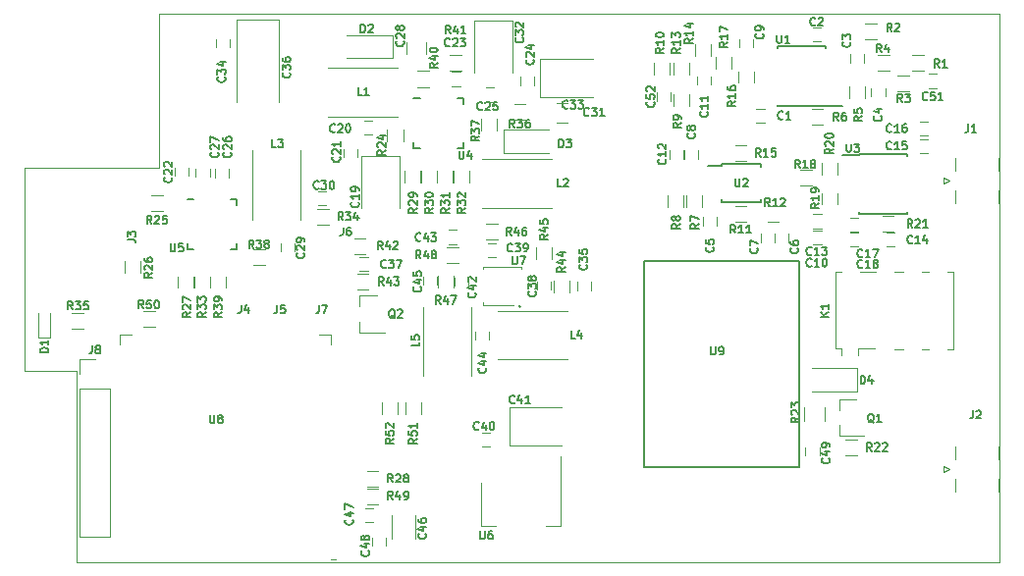
<source format=gbr>
G04 #@! TF.GenerationSoftware,KiCad,Pcbnew,(5.1.4)-1*
G04 #@! TF.CreationDate,2020-09-15T19:50:09+03:00*
G04 #@! TF.ProjectId,FinalPCB,46696e61-6c50-4434-922e-6b696361645f,rev?*
G04 #@! TF.SameCoordinates,Original*
G04 #@! TF.FileFunction,Legend,Top*
G04 #@! TF.FilePolarity,Positive*
%FSLAX46Y46*%
G04 Gerber Fmt 4.6, Leading zero omitted, Abs format (unit mm)*
G04 Created by KiCad (PCBNEW (5.1.4)-1) date 2020-09-15 19:50:09*
%MOMM*%
%LPD*%
G04 APERTURE LIST*
%ADD10C,0.050000*%
%ADD11C,0.120000*%
%ADD12C,0.150000*%
%ADD13C,0.100000*%
%ADD14C,0.140000*%
G04 APERTURE END LIST*
D10*
X89700000Y-100100000D02*
X116800000Y-100100000D01*
X89700000Y-83600000D02*
X89700000Y-100100000D01*
X85200000Y-83600000D02*
X89700000Y-83600000D01*
X85200000Y-66100000D02*
X85200000Y-83600000D01*
X96800000Y-66100000D02*
X85200000Y-66100000D01*
X96800000Y-52800000D02*
X96800000Y-66100000D01*
X169300000Y-52800000D02*
X96800000Y-52800000D01*
X169300000Y-100100000D02*
X169300000Y-52800000D01*
X116800000Y-100100000D02*
X169300000Y-100100000D01*
D11*
X111620000Y-81300000D02*
X111620000Y-80520000D01*
X111620000Y-80520000D02*
X110620000Y-80520000D01*
X93380000Y-81300000D02*
X93380000Y-80520000D01*
X93380000Y-80520000D02*
X94380000Y-80520000D01*
X111620000Y-99845000D02*
X112000000Y-99845000D01*
X153200000Y-71500000D02*
X153900000Y-71500000D01*
X153900000Y-72700000D02*
X153200000Y-72700000D01*
X157110000Y-81700000D02*
X157110000Y-82300000D01*
X155610000Y-81700000D02*
X155610000Y-82300000D01*
X155110000Y-81700000D02*
X155610000Y-81700000D01*
X158510000Y-81700000D02*
X157110000Y-81700000D01*
X161000000Y-81740000D02*
X160200000Y-81740000D01*
X163200000Y-81740000D02*
X162600000Y-81740000D01*
X165300000Y-81740000D02*
X164800000Y-81740000D01*
X165300000Y-75040000D02*
X165300000Y-81740000D01*
X164800000Y-75040000D02*
X165300000Y-75040000D01*
X162600000Y-75040000D02*
X163200000Y-75040000D01*
X160200000Y-75040000D02*
X161000000Y-75040000D01*
X157200000Y-75040000D02*
X158600000Y-75040000D01*
X155100000Y-75040000D02*
X155600000Y-75040000D01*
X155110000Y-81700000D02*
X155100000Y-75040000D01*
X148300000Y-61000000D02*
X149000000Y-61000000D01*
X149000000Y-62200000D02*
X148300000Y-62200000D01*
X153150000Y-54000000D02*
X153850000Y-54000000D01*
X153850000Y-55200000D02*
X153150000Y-55200000D01*
X156400000Y-57000000D02*
X156400000Y-56300000D01*
X157600000Y-56300000D02*
X157600000Y-57000000D01*
X159400000Y-59200000D02*
X159400000Y-59900000D01*
X158200000Y-59900000D02*
X158200000Y-59200000D01*
X143700000Y-71050000D02*
X143700000Y-70350000D01*
X144900000Y-70350000D02*
X144900000Y-71050000D01*
X149900000Y-72500000D02*
X149900000Y-71800000D01*
X151100000Y-71800000D02*
X151100000Y-72500000D01*
X148700000Y-72500000D02*
X148700000Y-71800000D01*
X149900000Y-71800000D02*
X149900000Y-72500000D01*
X143300000Y-64600000D02*
X143300000Y-65300000D01*
X142100000Y-65300000D02*
X142100000Y-64600000D01*
X146800000Y-55700000D02*
X146800000Y-55000000D01*
X148000000Y-55000000D02*
X148000000Y-55700000D01*
X143200000Y-58900000D02*
X143200000Y-58200000D01*
X144400000Y-58200000D02*
X144400000Y-58900000D01*
X140800000Y-65300000D02*
X140800000Y-64600000D01*
X142000000Y-64600000D02*
X142000000Y-65300000D01*
X153900000Y-71300000D02*
X153200000Y-71300000D01*
X153200000Y-70100000D02*
X153900000Y-70100000D01*
X160200000Y-72900000D02*
X159500000Y-72900000D01*
X159500000Y-71700000D02*
X160200000Y-71700000D01*
X162400000Y-63600000D02*
X163100000Y-63600000D01*
X163100000Y-64800000D02*
X162400000Y-64800000D01*
X162400000Y-62100000D02*
X163100000Y-62100000D01*
X163100000Y-63300000D02*
X162400000Y-63300000D01*
X156400000Y-70400000D02*
X157100000Y-70400000D01*
X157100000Y-71600000D02*
X156400000Y-71600000D01*
X157100000Y-72900000D02*
X156400000Y-72900000D01*
X156400000Y-71700000D02*
X157100000Y-71700000D01*
X117550000Y-65050000D02*
X114250000Y-65050000D01*
X114250000Y-65050000D02*
X114250000Y-69600000D01*
X117550000Y-65050000D02*
X117550000Y-69600000D01*
X115175000Y-63250000D02*
X114475000Y-63250000D01*
X114475000Y-62050000D02*
X115175000Y-62050000D01*
X112725000Y-65150000D02*
X112725000Y-64450000D01*
X113925000Y-64450000D02*
X113925000Y-65150000D01*
X99300000Y-66100000D02*
X99300000Y-66800000D01*
X98100000Y-66800000D02*
X98100000Y-66100000D01*
X122750000Y-59025000D02*
X122050000Y-59025000D01*
X122050000Y-57825000D02*
X122750000Y-57825000D01*
X129125000Y-58250000D02*
X129125000Y-58950000D01*
X127925000Y-58950000D02*
X127925000Y-58250000D01*
X125700000Y-60375000D02*
X125000000Y-60375000D01*
X125000000Y-59175000D02*
X125700000Y-59175000D01*
X102800000Y-66200000D02*
X102800000Y-66900000D01*
X101600000Y-66900000D02*
X101600000Y-66200000D01*
X101150000Y-66150000D02*
X101150000Y-66850000D01*
X99950000Y-66850000D02*
X99950000Y-66150000D01*
X119800000Y-56225000D02*
X119800000Y-55225000D01*
X118100000Y-55225000D02*
X118100000Y-56225000D01*
X108500000Y-72600000D02*
X108500000Y-73300000D01*
X107300000Y-73300000D02*
X107300000Y-72600000D01*
X111200000Y-69300000D02*
X110500000Y-69300000D01*
X110500000Y-68100000D02*
X111200000Y-68100000D01*
X131050000Y-62175000D02*
X132050000Y-62175000D01*
X132050000Y-60475000D02*
X131050000Y-60475000D01*
X127300000Y-53350000D02*
X127300000Y-57900000D01*
X124000000Y-53350000D02*
X124000000Y-57900000D01*
X127300000Y-53350000D02*
X124000000Y-53350000D01*
X129675000Y-56675000D02*
X129675000Y-59975000D01*
X129675000Y-59975000D02*
X134225000Y-59975000D01*
X129675000Y-56675000D02*
X134225000Y-56675000D01*
X101700000Y-55700000D02*
X101700000Y-55000000D01*
X102900000Y-55000000D02*
X102900000Y-55700000D01*
X134025000Y-75950000D02*
X134025000Y-76650000D01*
X132825000Y-76650000D02*
X132825000Y-75950000D01*
X107150000Y-53325000D02*
X103450000Y-53325000D01*
X103450000Y-53325000D02*
X103450000Y-60425000D01*
X107150000Y-53325000D02*
X107150000Y-60425000D01*
X114800000Y-74975000D02*
X114100000Y-74975000D01*
X114100000Y-73775000D02*
X114800000Y-73775000D01*
X130575000Y-75900000D02*
X130575000Y-76600000D01*
X129375000Y-76600000D02*
X129375000Y-75900000D01*
X125825000Y-73800000D02*
X125125000Y-73800000D01*
X125125000Y-72600000D02*
X125825000Y-72600000D01*
X124600000Y-88925000D02*
X125300000Y-88925000D01*
X125300000Y-90125000D02*
X124600000Y-90125000D01*
X126975000Y-86725000D02*
X131525000Y-86725000D01*
X126975000Y-90025000D02*
X131525000Y-90025000D01*
X126975000Y-86725000D02*
X126975000Y-90025000D01*
X123475000Y-75550000D02*
X123475000Y-76250000D01*
X122275000Y-76250000D02*
X122275000Y-75550000D01*
X122475000Y-72650000D02*
X121775000Y-72650000D01*
X121775000Y-71450000D02*
X122475000Y-71450000D01*
X124025000Y-80900000D02*
X124025000Y-80200000D01*
X125225000Y-80200000D02*
X125225000Y-80900000D01*
X120725000Y-75475000D02*
X120725000Y-76175000D01*
X119525000Y-76175000D02*
X119525000Y-75475000D01*
X118920000Y-98100000D02*
X118920000Y-96100000D01*
X116880000Y-96100000D02*
X116880000Y-98100000D01*
X114550000Y-95450000D02*
X115250000Y-95450000D01*
X115250000Y-96650000D02*
X114550000Y-96650000D01*
X116350000Y-98000000D02*
X116350000Y-98700000D01*
X115150000Y-98700000D02*
X115150000Y-98000000D01*
X153725000Y-90225000D02*
X153725000Y-90925000D01*
X152525000Y-90925000D02*
X152525000Y-90225000D01*
X86400000Y-80700000D02*
X86400000Y-78600000D01*
X87400000Y-80700000D02*
X87400000Y-78600000D01*
X86400000Y-80700000D02*
X87400000Y-80700000D01*
X116900000Y-56625000D02*
X116900000Y-54625000D01*
X116900000Y-54625000D02*
X113000000Y-54625000D01*
X116900000Y-56625000D02*
X113000000Y-56625000D01*
X126475000Y-62825000D02*
X130375000Y-62825000D01*
X126475000Y-64825000D02*
X130375000Y-64825000D01*
X126475000Y-62825000D02*
X126475000Y-64825000D01*
X157000000Y-85400000D02*
X153100000Y-85400000D01*
X157000000Y-83400000D02*
X153100000Y-83400000D01*
X157000000Y-85400000D02*
X157000000Y-83400000D01*
X165490000Y-66360000D02*
X165490000Y-65250000D01*
X165490000Y-69150000D02*
X165490000Y-68040000D01*
X169200000Y-66360000D02*
X169200000Y-65250000D01*
X169200000Y-69150000D02*
X169200000Y-68040000D01*
X164940000Y-67200000D02*
X164440000Y-66950000D01*
X164440000Y-66950000D02*
X164440000Y-67450000D01*
X164440000Y-67450000D02*
X164940000Y-67200000D01*
X164440000Y-92350000D02*
X164940000Y-92100000D01*
X164440000Y-91850000D02*
X164440000Y-92350000D01*
X164940000Y-92100000D02*
X164440000Y-91850000D01*
X169200000Y-94050000D02*
X169200000Y-92940000D01*
X169200000Y-91260000D02*
X169200000Y-90150000D01*
X165490000Y-94050000D02*
X165490000Y-92940000D01*
X165490000Y-91260000D02*
X165490000Y-90150000D01*
X111350000Y-61675000D02*
X117350000Y-61675000D01*
X111350000Y-57475000D02*
X117350000Y-57475000D01*
X124675000Y-65325000D02*
X130675000Y-65325000D01*
X124675000Y-69525000D02*
X130675000Y-69525000D01*
X104800000Y-64600000D02*
X104800000Y-70600000D01*
X109000000Y-64600000D02*
X109000000Y-70600000D01*
X131975000Y-82625000D02*
X125975000Y-82625000D01*
X131975000Y-78425000D02*
X125975000Y-78425000D01*
X119525000Y-78075000D02*
X119525000Y-84075000D01*
X123725000Y-78075000D02*
X123725000Y-84075000D01*
X155440000Y-86045000D02*
X155440000Y-86975000D01*
X155440000Y-89205000D02*
X155440000Y-88275000D01*
X155440000Y-89205000D02*
X157600000Y-89205000D01*
X155440000Y-86045000D02*
X156900000Y-86045000D01*
X114090000Y-77120000D02*
X115550000Y-77120000D01*
X114090000Y-80280000D02*
X116250000Y-80280000D01*
X114090000Y-80280000D02*
X114090000Y-79350000D01*
X114090000Y-77120000D02*
X114090000Y-78050000D01*
X161750000Y-56320000D02*
X162750000Y-56320000D01*
X162750000Y-57680000D02*
X161750000Y-57680000D01*
X158650000Y-54980000D02*
X157650000Y-54980000D01*
X157650000Y-53620000D02*
X158650000Y-53620000D01*
X161450000Y-59480000D02*
X160450000Y-59480000D01*
X160450000Y-58120000D02*
X161450000Y-58120000D01*
X158750000Y-56320000D02*
X159750000Y-56320000D01*
X159750000Y-57680000D02*
X158750000Y-57680000D01*
X156320000Y-60050000D02*
X156320000Y-59050000D01*
X157680000Y-59050000D02*
X157680000Y-60050000D01*
X154050000Y-62380000D02*
X153050000Y-62380000D01*
X153050000Y-61020000D02*
X154050000Y-61020000D01*
X143580000Y-68450000D02*
X143580000Y-69450000D01*
X142220000Y-69450000D02*
X142220000Y-68450000D01*
X140670000Y-69450000D02*
X140670000Y-68450000D01*
X142030000Y-68450000D02*
X142030000Y-69450000D01*
X142530000Y-59750000D02*
X142530000Y-60750000D01*
X141170000Y-60750000D02*
X141170000Y-59750000D01*
X139420000Y-58050000D02*
X139420000Y-57050000D01*
X140780000Y-57050000D02*
X140780000Y-58050000D01*
X147450000Y-70780000D02*
X146450000Y-70780000D01*
X146450000Y-69420000D02*
X147450000Y-69420000D01*
X150250000Y-70780000D02*
X149250000Y-70780000D01*
X149250000Y-69420000D02*
X150250000Y-69420000D01*
X141120000Y-58050000D02*
X141120000Y-57050000D01*
X142480000Y-57050000D02*
X142480000Y-58050000D01*
X144380000Y-55400000D02*
X144380000Y-56400000D01*
X143020000Y-56400000D02*
X143020000Y-55400000D01*
X147450000Y-65480000D02*
X146450000Y-65480000D01*
X146450000Y-64120000D02*
X147450000Y-64120000D01*
X146720000Y-58750000D02*
X146720000Y-57750000D01*
X148080000Y-57750000D02*
X148080000Y-58750000D01*
X146180000Y-56550000D02*
X146180000Y-57550000D01*
X144820000Y-57550000D02*
X144820000Y-56550000D01*
X153050000Y-67580000D02*
X152050000Y-67580000D01*
X152050000Y-66220000D02*
X153050000Y-66220000D01*
X153920000Y-69250000D02*
X153920000Y-68250000D01*
X155280000Y-68250000D02*
X155280000Y-69250000D01*
X153920000Y-66650000D02*
X153920000Y-65650000D01*
X155280000Y-65650000D02*
X155280000Y-66650000D01*
X159150000Y-70220000D02*
X160150000Y-70220000D01*
X160150000Y-71580000D02*
X159150000Y-71580000D01*
X156975000Y-90880000D02*
X155975000Y-90880000D01*
X155975000Y-89520000D02*
X156975000Y-89520000D01*
X154180000Y-86725000D02*
X154180000Y-87925000D01*
X152420000Y-87925000D02*
X152420000Y-86725000D01*
X117830000Y-62775000D02*
X117830000Y-63775000D01*
X116470000Y-63775000D02*
X116470000Y-62775000D01*
X97100000Y-69830000D02*
X96100000Y-69830000D01*
X96100000Y-68470000D02*
X97100000Y-68470000D01*
X95180000Y-74150000D02*
X95180000Y-75150000D01*
X93820000Y-75150000D02*
X93820000Y-74150000D01*
X99780000Y-75450000D02*
X99780000Y-76450000D01*
X98420000Y-76450000D02*
X98420000Y-75450000D01*
X114700000Y-92220000D02*
X115700000Y-92220000D01*
X115700000Y-93580000D02*
X114700000Y-93580000D01*
X117970000Y-67325000D02*
X117970000Y-66325000D01*
X119330000Y-66325000D02*
X119330000Y-67325000D01*
X120730000Y-66325000D02*
X120730000Y-67325000D01*
X119370000Y-67325000D02*
X119370000Y-66325000D01*
X122130000Y-66325000D02*
X122130000Y-67325000D01*
X120770000Y-67325000D02*
X120770000Y-66325000D01*
X122170000Y-67325000D02*
X122170000Y-66325000D01*
X123530000Y-66325000D02*
X123530000Y-67325000D01*
X99820000Y-76450000D02*
X99820000Y-75450000D01*
X101180000Y-75450000D02*
X101180000Y-76450000D01*
X111450000Y-70980000D02*
X110450000Y-70980000D01*
X110450000Y-69620000D02*
X111450000Y-69620000D01*
X89250000Y-78620000D02*
X90250000Y-78620000D01*
X90250000Y-79980000D02*
X89250000Y-79980000D01*
X127400000Y-60620000D02*
X128400000Y-60620000D01*
X128400000Y-61980000D02*
X127400000Y-61980000D01*
X124570000Y-62850000D02*
X124570000Y-61850000D01*
X125930000Y-61850000D02*
X125930000Y-62850000D01*
X105950000Y-74480000D02*
X104950000Y-74480000D01*
X104950000Y-73120000D02*
X105950000Y-73120000D01*
X102580000Y-75450000D02*
X102580000Y-76450000D01*
X101220000Y-76450000D02*
X101220000Y-75450000D01*
X120050000Y-59105000D02*
X119050000Y-59105000D01*
X119050000Y-57745000D02*
X120050000Y-57745000D01*
X121850000Y-56345000D02*
X122850000Y-56345000D01*
X122850000Y-57705000D02*
X121850000Y-57705000D01*
X113600000Y-72145000D02*
X114600000Y-72145000D01*
X114600000Y-73505000D02*
X113600000Y-73505000D01*
X114850000Y-76605000D02*
X113850000Y-76605000D01*
X113850000Y-75245000D02*
X114850000Y-75245000D01*
X132155000Y-75850000D02*
X132155000Y-76850000D01*
X130795000Y-76850000D02*
X130795000Y-75850000D01*
X129295000Y-73950000D02*
X129295000Y-72950000D01*
X130655000Y-72950000D02*
X130655000Y-73950000D01*
X125975000Y-72280000D02*
X124975000Y-72280000D01*
X124975000Y-70920000D02*
X125975000Y-70920000D01*
X122155000Y-75400000D02*
X122155000Y-76400000D01*
X120795000Y-76400000D02*
X120795000Y-75400000D01*
X121625000Y-72970000D02*
X122625000Y-72970000D01*
X122625000Y-74330000D02*
X121625000Y-74330000D01*
X114700000Y-93770000D02*
X115700000Y-93770000D01*
X115700000Y-95130000D02*
X114700000Y-95130000D01*
X96450000Y-79830000D02*
X95450000Y-79830000D01*
X95450000Y-78470000D02*
X96450000Y-78470000D01*
X118020000Y-87300000D02*
X118020000Y-86300000D01*
X119380000Y-86300000D02*
X119380000Y-87300000D01*
X117380000Y-86300000D02*
X117380000Y-87300000D01*
X116020000Y-87300000D02*
X116020000Y-86300000D01*
D12*
X154275000Y-60775000D02*
X154275000Y-60725000D01*
X150125000Y-60775000D02*
X150125000Y-60630000D01*
X150125000Y-55625000D02*
X150125000Y-55770000D01*
X154275000Y-55625000D02*
X154275000Y-55770000D01*
X154275000Y-60775000D02*
X150125000Y-60775000D01*
X154275000Y-55625000D02*
X150125000Y-55625000D01*
X154275000Y-60725000D02*
X155675000Y-60725000D01*
X145325000Y-65950000D02*
X144100000Y-65950000D01*
X145325000Y-69075000D02*
X148675000Y-69075000D01*
X145325000Y-65725000D02*
X148675000Y-65725000D01*
X145325000Y-69075000D02*
X145325000Y-68775000D01*
X148675000Y-69075000D02*
X148675000Y-68775000D01*
X148675000Y-65725000D02*
X148675000Y-66025000D01*
X145325000Y-65725000D02*
X145325000Y-65950000D01*
X157125000Y-64975000D02*
X155725000Y-64975000D01*
X157125000Y-70075000D02*
X161275000Y-70075000D01*
X157125000Y-64925000D02*
X161275000Y-64925000D01*
X157125000Y-70075000D02*
X157125000Y-69930000D01*
X161275000Y-70075000D02*
X161275000Y-69930000D01*
X161275000Y-64925000D02*
X161275000Y-65070000D01*
X157125000Y-64925000D02*
X157125000Y-64975000D01*
X123050000Y-60075000D02*
X123050000Y-60600000D01*
X118750000Y-64375000D02*
X118750000Y-63850000D01*
X123050000Y-64375000D02*
X123050000Y-63850000D01*
X118750000Y-60075000D02*
X119275000Y-60075000D01*
X118750000Y-64375000D02*
X119275000Y-64375000D01*
X123050000Y-64375000D02*
X122525000Y-64375000D01*
X123050000Y-60075000D02*
X122525000Y-60075000D01*
X103500000Y-68800000D02*
X102975000Y-68800000D01*
X103500000Y-73100000D02*
X102975000Y-73100000D01*
X99200000Y-73100000D02*
X99725000Y-73100000D01*
X99200000Y-68800000D02*
X99725000Y-68800000D01*
X103500000Y-73100000D02*
X103500000Y-72575000D01*
X99200000Y-73100000D02*
X99200000Y-72575000D01*
X103500000Y-68800000D02*
X103500000Y-69325000D01*
D11*
X131410000Y-90975000D02*
X131410000Y-96985000D01*
X124590000Y-93225000D02*
X124590000Y-96985000D01*
X131410000Y-96985000D02*
X130150000Y-96985000D01*
X124590000Y-96985000D02*
X125850000Y-96985000D01*
D13*
X127975000Y-78050000D02*
G75*
G03X127975000Y-78050000I-100000J0D01*
G01*
X127375000Y-77900000D02*
X124725000Y-77900000D01*
X124725000Y-77900000D02*
X124725000Y-77650000D01*
X124725000Y-74850000D02*
X124725000Y-74600000D01*
X124725000Y-74600000D02*
X128025000Y-74600000D01*
X128025000Y-74600000D02*
X128025000Y-74850000D01*
D12*
X138645000Y-74110000D02*
X151980000Y-74110000D01*
X138645000Y-91890000D02*
X138645000Y-74110000D01*
X151980000Y-91890000D02*
X138645000Y-91890000D01*
X151980000Y-74110000D02*
X151980000Y-91890000D01*
D11*
X89920000Y-82570000D02*
X91250000Y-82570000D01*
X89920000Y-83900000D02*
X89920000Y-82570000D01*
X89920000Y-85170000D02*
X92580000Y-85170000D01*
X92580000Y-85170000D02*
X92580000Y-97930000D01*
X89920000Y-85170000D02*
X89920000Y-97930000D01*
X89920000Y-97930000D02*
X92580000Y-97930000D01*
X163850000Y-59200000D02*
X163150000Y-59200000D01*
X163150000Y-58000000D02*
X163850000Y-58000000D01*
X140900000Y-59600000D02*
X140900000Y-60300000D01*
X139700000Y-60300000D02*
X139700000Y-59600000D01*
D14*
X101166666Y-87416666D02*
X101166666Y-87983333D01*
X101200000Y-88050000D01*
X101233333Y-88083333D01*
X101300000Y-88116666D01*
X101433333Y-88116666D01*
X101500000Y-88083333D01*
X101533333Y-88050000D01*
X101566666Y-87983333D01*
X101566666Y-87416666D01*
X102000000Y-87716666D02*
X101933333Y-87683333D01*
X101900000Y-87650000D01*
X101866666Y-87583333D01*
X101866666Y-87550000D01*
X101900000Y-87483333D01*
X101933333Y-87450000D01*
X102000000Y-87416666D01*
X102133333Y-87416666D01*
X102200000Y-87450000D01*
X102233333Y-87483333D01*
X102266666Y-87550000D01*
X102266666Y-87583333D01*
X102233333Y-87650000D01*
X102200000Y-87683333D01*
X102133333Y-87716666D01*
X102000000Y-87716666D01*
X101933333Y-87750000D01*
X101900000Y-87783333D01*
X101866666Y-87850000D01*
X101866666Y-87983333D01*
X101900000Y-88050000D01*
X101933333Y-88083333D01*
X102000000Y-88116666D01*
X102133333Y-88116666D01*
X102200000Y-88083333D01*
X102233333Y-88050000D01*
X102266666Y-87983333D01*
X102266666Y-87850000D01*
X102233333Y-87783333D01*
X102200000Y-87750000D01*
X102133333Y-87716666D01*
X153050000Y-74550000D02*
X153016666Y-74583333D01*
X152916666Y-74616666D01*
X152850000Y-74616666D01*
X152750000Y-74583333D01*
X152683333Y-74516666D01*
X152650000Y-74450000D01*
X152616666Y-74316666D01*
X152616666Y-74216666D01*
X152650000Y-74083333D01*
X152683333Y-74016666D01*
X152750000Y-73950000D01*
X152850000Y-73916666D01*
X152916666Y-73916666D01*
X153016666Y-73950000D01*
X153050000Y-73983333D01*
X153716666Y-74616666D02*
X153316666Y-74616666D01*
X153516666Y-74616666D02*
X153516666Y-73916666D01*
X153450000Y-74016666D01*
X153383333Y-74083333D01*
X153316666Y-74116666D01*
X154150000Y-73916666D02*
X154216666Y-73916666D01*
X154283333Y-73950000D01*
X154316666Y-73983333D01*
X154350000Y-74050000D01*
X154383333Y-74183333D01*
X154383333Y-74350000D01*
X154350000Y-74483333D01*
X154316666Y-74550000D01*
X154283333Y-74583333D01*
X154216666Y-74616666D01*
X154150000Y-74616666D01*
X154083333Y-74583333D01*
X154050000Y-74550000D01*
X154016666Y-74483333D01*
X153983333Y-74350000D01*
X153983333Y-74183333D01*
X154016666Y-74050000D01*
X154050000Y-73983333D01*
X154083333Y-73950000D01*
X154150000Y-73916666D01*
X154516666Y-78916666D02*
X153816666Y-78916666D01*
X154516666Y-78516666D02*
X154116666Y-78816666D01*
X153816666Y-78516666D02*
X154216666Y-78916666D01*
X154516666Y-77850000D02*
X154516666Y-78250000D01*
X154516666Y-78050000D02*
X153816666Y-78050000D01*
X153916666Y-78116666D01*
X153983333Y-78183333D01*
X154016666Y-78250000D01*
X94066666Y-72283333D02*
X94566666Y-72283333D01*
X94666666Y-72316666D01*
X94733333Y-72383333D01*
X94766666Y-72483333D01*
X94766666Y-72550000D01*
X94066666Y-72016666D02*
X94066666Y-71583333D01*
X94333333Y-71816666D01*
X94333333Y-71716666D01*
X94366666Y-71650000D01*
X94400000Y-71616666D01*
X94466666Y-71583333D01*
X94633333Y-71583333D01*
X94700000Y-71616666D01*
X94733333Y-71650000D01*
X94766666Y-71716666D01*
X94766666Y-71916666D01*
X94733333Y-71983333D01*
X94700000Y-72016666D01*
X150583333Y-61850000D02*
X150550000Y-61883333D01*
X150450000Y-61916666D01*
X150383333Y-61916666D01*
X150283333Y-61883333D01*
X150216666Y-61816666D01*
X150183333Y-61750000D01*
X150150000Y-61616666D01*
X150150000Y-61516666D01*
X150183333Y-61383333D01*
X150216666Y-61316666D01*
X150283333Y-61250000D01*
X150383333Y-61216666D01*
X150450000Y-61216666D01*
X150550000Y-61250000D01*
X150583333Y-61283333D01*
X151250000Y-61916666D02*
X150850000Y-61916666D01*
X151050000Y-61916666D02*
X151050000Y-61216666D01*
X150983333Y-61316666D01*
X150916666Y-61383333D01*
X150850000Y-61416666D01*
X153383333Y-53750000D02*
X153350000Y-53783333D01*
X153250000Y-53816666D01*
X153183333Y-53816666D01*
X153083333Y-53783333D01*
X153016666Y-53716666D01*
X152983333Y-53650000D01*
X152950000Y-53516666D01*
X152950000Y-53416666D01*
X152983333Y-53283333D01*
X153016666Y-53216666D01*
X153083333Y-53150000D01*
X153183333Y-53116666D01*
X153250000Y-53116666D01*
X153350000Y-53150000D01*
X153383333Y-53183333D01*
X153650000Y-53183333D02*
X153683333Y-53150000D01*
X153750000Y-53116666D01*
X153916666Y-53116666D01*
X153983333Y-53150000D01*
X154016666Y-53183333D01*
X154050000Y-53250000D01*
X154050000Y-53316666D01*
X154016666Y-53416666D01*
X153616666Y-53816666D01*
X154050000Y-53816666D01*
X156350000Y-55216666D02*
X156383333Y-55250000D01*
X156416666Y-55350000D01*
X156416666Y-55416666D01*
X156383333Y-55516666D01*
X156316666Y-55583333D01*
X156250000Y-55616666D01*
X156116666Y-55650000D01*
X156016666Y-55650000D01*
X155883333Y-55616666D01*
X155816666Y-55583333D01*
X155750000Y-55516666D01*
X155716666Y-55416666D01*
X155716666Y-55350000D01*
X155750000Y-55250000D01*
X155783333Y-55216666D01*
X155716666Y-54983333D02*
X155716666Y-54550000D01*
X155983333Y-54783333D01*
X155983333Y-54683333D01*
X156016666Y-54616666D01*
X156050000Y-54583333D01*
X156116666Y-54550000D01*
X156283333Y-54550000D01*
X156350000Y-54583333D01*
X156383333Y-54616666D01*
X156416666Y-54683333D01*
X156416666Y-54883333D01*
X156383333Y-54950000D01*
X156350000Y-54983333D01*
X159050000Y-61616666D02*
X159083333Y-61650000D01*
X159116666Y-61750000D01*
X159116666Y-61816666D01*
X159083333Y-61916666D01*
X159016666Y-61983333D01*
X158950000Y-62016666D01*
X158816666Y-62050000D01*
X158716666Y-62050000D01*
X158583333Y-62016666D01*
X158516666Y-61983333D01*
X158450000Y-61916666D01*
X158416666Y-61816666D01*
X158416666Y-61750000D01*
X158450000Y-61650000D01*
X158483333Y-61616666D01*
X158650000Y-61016666D02*
X159116666Y-61016666D01*
X158383333Y-61183333D02*
X158883333Y-61350000D01*
X158883333Y-60916666D01*
X144550000Y-72916666D02*
X144583333Y-72950000D01*
X144616666Y-73050000D01*
X144616666Y-73116666D01*
X144583333Y-73216666D01*
X144516666Y-73283333D01*
X144450000Y-73316666D01*
X144316666Y-73350000D01*
X144216666Y-73350000D01*
X144083333Y-73316666D01*
X144016666Y-73283333D01*
X143950000Y-73216666D01*
X143916666Y-73116666D01*
X143916666Y-73050000D01*
X143950000Y-72950000D01*
X143983333Y-72916666D01*
X143916666Y-72283333D02*
X143916666Y-72616666D01*
X144250000Y-72650000D01*
X144216666Y-72616666D01*
X144183333Y-72550000D01*
X144183333Y-72383333D01*
X144216666Y-72316666D01*
X144250000Y-72283333D01*
X144316666Y-72250000D01*
X144483333Y-72250000D01*
X144550000Y-72283333D01*
X144583333Y-72316666D01*
X144616666Y-72383333D01*
X144616666Y-72550000D01*
X144583333Y-72616666D01*
X144550000Y-72650000D01*
X151850000Y-73016666D02*
X151883333Y-73050000D01*
X151916666Y-73150000D01*
X151916666Y-73216666D01*
X151883333Y-73316666D01*
X151816666Y-73383333D01*
X151750000Y-73416666D01*
X151616666Y-73450000D01*
X151516666Y-73450000D01*
X151383333Y-73416666D01*
X151316666Y-73383333D01*
X151250000Y-73316666D01*
X151216666Y-73216666D01*
X151216666Y-73150000D01*
X151250000Y-73050000D01*
X151283333Y-73016666D01*
X151216666Y-72416666D02*
X151216666Y-72550000D01*
X151250000Y-72616666D01*
X151283333Y-72650000D01*
X151383333Y-72716666D01*
X151516666Y-72750000D01*
X151783333Y-72750000D01*
X151850000Y-72716666D01*
X151883333Y-72683333D01*
X151916666Y-72616666D01*
X151916666Y-72483333D01*
X151883333Y-72416666D01*
X151850000Y-72383333D01*
X151783333Y-72350000D01*
X151616666Y-72350000D01*
X151550000Y-72383333D01*
X151516666Y-72416666D01*
X151483333Y-72483333D01*
X151483333Y-72616666D01*
X151516666Y-72683333D01*
X151550000Y-72716666D01*
X151616666Y-72750000D01*
X148350000Y-73016666D02*
X148383333Y-73050000D01*
X148416666Y-73150000D01*
X148416666Y-73216666D01*
X148383333Y-73316666D01*
X148316666Y-73383333D01*
X148250000Y-73416666D01*
X148116666Y-73450000D01*
X148016666Y-73450000D01*
X147883333Y-73416666D01*
X147816666Y-73383333D01*
X147750000Y-73316666D01*
X147716666Y-73216666D01*
X147716666Y-73150000D01*
X147750000Y-73050000D01*
X147783333Y-73016666D01*
X147716666Y-72783333D02*
X147716666Y-72316666D01*
X148416666Y-72616666D01*
X142950000Y-63116666D02*
X142983333Y-63150000D01*
X143016666Y-63250000D01*
X143016666Y-63316666D01*
X142983333Y-63416666D01*
X142916666Y-63483333D01*
X142850000Y-63516666D01*
X142716666Y-63550000D01*
X142616666Y-63550000D01*
X142483333Y-63516666D01*
X142416666Y-63483333D01*
X142350000Y-63416666D01*
X142316666Y-63316666D01*
X142316666Y-63250000D01*
X142350000Y-63150000D01*
X142383333Y-63116666D01*
X142616666Y-62716666D02*
X142583333Y-62783333D01*
X142550000Y-62816666D01*
X142483333Y-62850000D01*
X142450000Y-62850000D01*
X142383333Y-62816666D01*
X142350000Y-62783333D01*
X142316666Y-62716666D01*
X142316666Y-62583333D01*
X142350000Y-62516666D01*
X142383333Y-62483333D01*
X142450000Y-62450000D01*
X142483333Y-62450000D01*
X142550000Y-62483333D01*
X142583333Y-62516666D01*
X142616666Y-62583333D01*
X142616666Y-62716666D01*
X142650000Y-62783333D01*
X142683333Y-62816666D01*
X142750000Y-62850000D01*
X142883333Y-62850000D01*
X142950000Y-62816666D01*
X142983333Y-62783333D01*
X143016666Y-62716666D01*
X143016666Y-62583333D01*
X142983333Y-62516666D01*
X142950000Y-62483333D01*
X142883333Y-62450000D01*
X142750000Y-62450000D01*
X142683333Y-62483333D01*
X142650000Y-62516666D01*
X142616666Y-62583333D01*
X148850000Y-54516666D02*
X148883333Y-54550000D01*
X148916666Y-54650000D01*
X148916666Y-54716666D01*
X148883333Y-54816666D01*
X148816666Y-54883333D01*
X148750000Y-54916666D01*
X148616666Y-54950000D01*
X148516666Y-54950000D01*
X148383333Y-54916666D01*
X148316666Y-54883333D01*
X148250000Y-54816666D01*
X148216666Y-54716666D01*
X148216666Y-54650000D01*
X148250000Y-54550000D01*
X148283333Y-54516666D01*
X148916666Y-54183333D02*
X148916666Y-54050000D01*
X148883333Y-53983333D01*
X148850000Y-53950000D01*
X148750000Y-53883333D01*
X148616666Y-53850000D01*
X148350000Y-53850000D01*
X148283333Y-53883333D01*
X148250000Y-53916666D01*
X148216666Y-53983333D01*
X148216666Y-54116666D01*
X148250000Y-54183333D01*
X148283333Y-54216666D01*
X148350000Y-54250000D01*
X148516666Y-54250000D01*
X148583333Y-54216666D01*
X148616666Y-54183333D01*
X148650000Y-54116666D01*
X148650000Y-53983333D01*
X148616666Y-53916666D01*
X148583333Y-53883333D01*
X148516666Y-53850000D01*
X144050000Y-61250000D02*
X144083333Y-61283333D01*
X144116666Y-61383333D01*
X144116666Y-61450000D01*
X144083333Y-61550000D01*
X144016666Y-61616666D01*
X143950000Y-61650000D01*
X143816666Y-61683333D01*
X143716666Y-61683333D01*
X143583333Y-61650000D01*
X143516666Y-61616666D01*
X143450000Y-61550000D01*
X143416666Y-61450000D01*
X143416666Y-61383333D01*
X143450000Y-61283333D01*
X143483333Y-61250000D01*
X144116666Y-60583333D02*
X144116666Y-60983333D01*
X144116666Y-60783333D02*
X143416666Y-60783333D01*
X143516666Y-60850000D01*
X143583333Y-60916666D01*
X143616666Y-60983333D01*
X144116666Y-59916666D02*
X144116666Y-60316666D01*
X144116666Y-60116666D02*
X143416666Y-60116666D01*
X143516666Y-60183333D01*
X143583333Y-60250000D01*
X143616666Y-60316666D01*
X140450000Y-65350000D02*
X140483333Y-65383333D01*
X140516666Y-65483333D01*
X140516666Y-65550000D01*
X140483333Y-65650000D01*
X140416666Y-65716666D01*
X140350000Y-65750000D01*
X140216666Y-65783333D01*
X140116666Y-65783333D01*
X139983333Y-65750000D01*
X139916666Y-65716666D01*
X139850000Y-65650000D01*
X139816666Y-65550000D01*
X139816666Y-65483333D01*
X139850000Y-65383333D01*
X139883333Y-65350000D01*
X140516666Y-64683333D02*
X140516666Y-65083333D01*
X140516666Y-64883333D02*
X139816666Y-64883333D01*
X139916666Y-64950000D01*
X139983333Y-65016666D01*
X140016666Y-65083333D01*
X139883333Y-64416666D02*
X139850000Y-64383333D01*
X139816666Y-64316666D01*
X139816666Y-64150000D01*
X139850000Y-64083333D01*
X139883333Y-64050000D01*
X139950000Y-64016666D01*
X140016666Y-64016666D01*
X140116666Y-64050000D01*
X140516666Y-64450000D01*
X140516666Y-64016666D01*
X153050000Y-73550000D02*
X153016666Y-73583333D01*
X152916666Y-73616666D01*
X152850000Y-73616666D01*
X152750000Y-73583333D01*
X152683333Y-73516666D01*
X152650000Y-73450000D01*
X152616666Y-73316666D01*
X152616666Y-73216666D01*
X152650000Y-73083333D01*
X152683333Y-73016666D01*
X152750000Y-72950000D01*
X152850000Y-72916666D01*
X152916666Y-72916666D01*
X153016666Y-72950000D01*
X153050000Y-72983333D01*
X153716666Y-73616666D02*
X153316666Y-73616666D01*
X153516666Y-73616666D02*
X153516666Y-72916666D01*
X153450000Y-73016666D01*
X153383333Y-73083333D01*
X153316666Y-73116666D01*
X153950000Y-72916666D02*
X154383333Y-72916666D01*
X154150000Y-73183333D01*
X154250000Y-73183333D01*
X154316666Y-73216666D01*
X154350000Y-73250000D01*
X154383333Y-73316666D01*
X154383333Y-73483333D01*
X154350000Y-73550000D01*
X154316666Y-73583333D01*
X154250000Y-73616666D01*
X154050000Y-73616666D01*
X153983333Y-73583333D01*
X153950000Y-73550000D01*
X161750000Y-72550000D02*
X161716666Y-72583333D01*
X161616666Y-72616666D01*
X161550000Y-72616666D01*
X161450000Y-72583333D01*
X161383333Y-72516666D01*
X161350000Y-72450000D01*
X161316666Y-72316666D01*
X161316666Y-72216666D01*
X161350000Y-72083333D01*
X161383333Y-72016666D01*
X161450000Y-71950000D01*
X161550000Y-71916666D01*
X161616666Y-71916666D01*
X161716666Y-71950000D01*
X161750000Y-71983333D01*
X162416666Y-72616666D02*
X162016666Y-72616666D01*
X162216666Y-72616666D02*
X162216666Y-71916666D01*
X162150000Y-72016666D01*
X162083333Y-72083333D01*
X162016666Y-72116666D01*
X163016666Y-72150000D02*
X163016666Y-72616666D01*
X162850000Y-71883333D02*
X162683333Y-72383333D01*
X163116666Y-72383333D01*
X159950000Y-64450000D02*
X159916666Y-64483333D01*
X159816666Y-64516666D01*
X159750000Y-64516666D01*
X159650000Y-64483333D01*
X159583333Y-64416666D01*
X159550000Y-64350000D01*
X159516666Y-64216666D01*
X159516666Y-64116666D01*
X159550000Y-63983333D01*
X159583333Y-63916666D01*
X159650000Y-63850000D01*
X159750000Y-63816666D01*
X159816666Y-63816666D01*
X159916666Y-63850000D01*
X159950000Y-63883333D01*
X160616666Y-64516666D02*
X160216666Y-64516666D01*
X160416666Y-64516666D02*
X160416666Y-63816666D01*
X160350000Y-63916666D01*
X160283333Y-63983333D01*
X160216666Y-64016666D01*
X161250000Y-63816666D02*
X160916666Y-63816666D01*
X160883333Y-64150000D01*
X160916666Y-64116666D01*
X160983333Y-64083333D01*
X161150000Y-64083333D01*
X161216666Y-64116666D01*
X161250000Y-64150000D01*
X161283333Y-64216666D01*
X161283333Y-64383333D01*
X161250000Y-64450000D01*
X161216666Y-64483333D01*
X161150000Y-64516666D01*
X160983333Y-64516666D01*
X160916666Y-64483333D01*
X160883333Y-64450000D01*
X159950000Y-62950000D02*
X159916666Y-62983333D01*
X159816666Y-63016666D01*
X159750000Y-63016666D01*
X159650000Y-62983333D01*
X159583333Y-62916666D01*
X159550000Y-62850000D01*
X159516666Y-62716666D01*
X159516666Y-62616666D01*
X159550000Y-62483333D01*
X159583333Y-62416666D01*
X159650000Y-62350000D01*
X159750000Y-62316666D01*
X159816666Y-62316666D01*
X159916666Y-62350000D01*
X159950000Y-62383333D01*
X160616666Y-63016666D02*
X160216666Y-63016666D01*
X160416666Y-63016666D02*
X160416666Y-62316666D01*
X160350000Y-62416666D01*
X160283333Y-62483333D01*
X160216666Y-62516666D01*
X161216666Y-62316666D02*
X161083333Y-62316666D01*
X161016666Y-62350000D01*
X160983333Y-62383333D01*
X160916666Y-62483333D01*
X160883333Y-62616666D01*
X160883333Y-62883333D01*
X160916666Y-62950000D01*
X160950000Y-62983333D01*
X161016666Y-63016666D01*
X161150000Y-63016666D01*
X161216666Y-62983333D01*
X161250000Y-62950000D01*
X161283333Y-62883333D01*
X161283333Y-62716666D01*
X161250000Y-62650000D01*
X161216666Y-62616666D01*
X161150000Y-62583333D01*
X161016666Y-62583333D01*
X160950000Y-62616666D01*
X160916666Y-62650000D01*
X160883333Y-62716666D01*
X157450000Y-73750000D02*
X157416666Y-73783333D01*
X157316666Y-73816666D01*
X157250000Y-73816666D01*
X157150000Y-73783333D01*
X157083333Y-73716666D01*
X157050000Y-73650000D01*
X157016666Y-73516666D01*
X157016666Y-73416666D01*
X157050000Y-73283333D01*
X157083333Y-73216666D01*
X157150000Y-73150000D01*
X157250000Y-73116666D01*
X157316666Y-73116666D01*
X157416666Y-73150000D01*
X157450000Y-73183333D01*
X158116666Y-73816666D02*
X157716666Y-73816666D01*
X157916666Y-73816666D02*
X157916666Y-73116666D01*
X157850000Y-73216666D01*
X157783333Y-73283333D01*
X157716666Y-73316666D01*
X158350000Y-73116666D02*
X158816666Y-73116666D01*
X158516666Y-73816666D01*
X157450000Y-74650000D02*
X157416666Y-74683333D01*
X157316666Y-74716666D01*
X157250000Y-74716666D01*
X157150000Y-74683333D01*
X157083333Y-74616666D01*
X157050000Y-74550000D01*
X157016666Y-74416666D01*
X157016666Y-74316666D01*
X157050000Y-74183333D01*
X157083333Y-74116666D01*
X157150000Y-74050000D01*
X157250000Y-74016666D01*
X157316666Y-74016666D01*
X157416666Y-74050000D01*
X157450000Y-74083333D01*
X158116666Y-74716666D02*
X157716666Y-74716666D01*
X157916666Y-74716666D02*
X157916666Y-74016666D01*
X157850000Y-74116666D01*
X157783333Y-74183333D01*
X157716666Y-74216666D01*
X158516666Y-74316666D02*
X158450000Y-74283333D01*
X158416666Y-74250000D01*
X158383333Y-74183333D01*
X158383333Y-74150000D01*
X158416666Y-74083333D01*
X158450000Y-74050000D01*
X158516666Y-74016666D01*
X158650000Y-74016666D01*
X158716666Y-74050000D01*
X158750000Y-74083333D01*
X158783333Y-74150000D01*
X158783333Y-74183333D01*
X158750000Y-74250000D01*
X158716666Y-74283333D01*
X158650000Y-74316666D01*
X158516666Y-74316666D01*
X158450000Y-74350000D01*
X158416666Y-74383333D01*
X158383333Y-74450000D01*
X158383333Y-74583333D01*
X158416666Y-74650000D01*
X158450000Y-74683333D01*
X158516666Y-74716666D01*
X158650000Y-74716666D01*
X158716666Y-74683333D01*
X158750000Y-74650000D01*
X158783333Y-74583333D01*
X158783333Y-74450000D01*
X158750000Y-74383333D01*
X158716666Y-74350000D01*
X158650000Y-74316666D01*
X113950000Y-69050000D02*
X113983333Y-69083333D01*
X114016666Y-69183333D01*
X114016666Y-69250000D01*
X113983333Y-69350000D01*
X113916666Y-69416666D01*
X113850000Y-69450000D01*
X113716666Y-69483333D01*
X113616666Y-69483333D01*
X113483333Y-69450000D01*
X113416666Y-69416666D01*
X113350000Y-69350000D01*
X113316666Y-69250000D01*
X113316666Y-69183333D01*
X113350000Y-69083333D01*
X113383333Y-69050000D01*
X114016666Y-68383333D02*
X114016666Y-68783333D01*
X114016666Y-68583333D02*
X113316666Y-68583333D01*
X113416666Y-68650000D01*
X113483333Y-68716666D01*
X113516666Y-68783333D01*
X114016666Y-68050000D02*
X114016666Y-67916666D01*
X113983333Y-67850000D01*
X113950000Y-67816666D01*
X113850000Y-67750000D01*
X113716666Y-67716666D01*
X113450000Y-67716666D01*
X113383333Y-67750000D01*
X113350000Y-67783333D01*
X113316666Y-67850000D01*
X113316666Y-67983333D01*
X113350000Y-68050000D01*
X113383333Y-68083333D01*
X113450000Y-68116666D01*
X113616666Y-68116666D01*
X113683333Y-68083333D01*
X113716666Y-68050000D01*
X113750000Y-67983333D01*
X113750000Y-67850000D01*
X113716666Y-67783333D01*
X113683333Y-67750000D01*
X113616666Y-67716666D01*
X111950000Y-62950000D02*
X111916666Y-62983333D01*
X111816666Y-63016666D01*
X111750000Y-63016666D01*
X111650000Y-62983333D01*
X111583333Y-62916666D01*
X111550000Y-62850000D01*
X111516666Y-62716666D01*
X111516666Y-62616666D01*
X111550000Y-62483333D01*
X111583333Y-62416666D01*
X111650000Y-62350000D01*
X111750000Y-62316666D01*
X111816666Y-62316666D01*
X111916666Y-62350000D01*
X111950000Y-62383333D01*
X112216666Y-62383333D02*
X112250000Y-62350000D01*
X112316666Y-62316666D01*
X112483333Y-62316666D01*
X112550000Y-62350000D01*
X112583333Y-62383333D01*
X112616666Y-62450000D01*
X112616666Y-62516666D01*
X112583333Y-62616666D01*
X112183333Y-63016666D01*
X112616666Y-63016666D01*
X113050000Y-62316666D02*
X113116666Y-62316666D01*
X113183333Y-62350000D01*
X113216666Y-62383333D01*
X113250000Y-62450000D01*
X113283333Y-62583333D01*
X113283333Y-62750000D01*
X113250000Y-62883333D01*
X113216666Y-62950000D01*
X113183333Y-62983333D01*
X113116666Y-63016666D01*
X113050000Y-63016666D01*
X112983333Y-62983333D01*
X112950000Y-62950000D01*
X112916666Y-62883333D01*
X112883333Y-62750000D01*
X112883333Y-62583333D01*
X112916666Y-62450000D01*
X112950000Y-62383333D01*
X112983333Y-62350000D01*
X113050000Y-62316666D01*
X112350000Y-65150000D02*
X112383333Y-65183333D01*
X112416666Y-65283333D01*
X112416666Y-65350000D01*
X112383333Y-65450000D01*
X112316666Y-65516666D01*
X112250000Y-65550000D01*
X112116666Y-65583333D01*
X112016666Y-65583333D01*
X111883333Y-65550000D01*
X111816666Y-65516666D01*
X111750000Y-65450000D01*
X111716666Y-65350000D01*
X111716666Y-65283333D01*
X111750000Y-65183333D01*
X111783333Y-65150000D01*
X111783333Y-64883333D02*
X111750000Y-64850000D01*
X111716666Y-64783333D01*
X111716666Y-64616666D01*
X111750000Y-64550000D01*
X111783333Y-64516666D01*
X111850000Y-64483333D01*
X111916666Y-64483333D01*
X112016666Y-64516666D01*
X112416666Y-64916666D01*
X112416666Y-64483333D01*
X112416666Y-63816666D02*
X112416666Y-64216666D01*
X112416666Y-64016666D02*
X111716666Y-64016666D01*
X111816666Y-64083333D01*
X111883333Y-64150000D01*
X111916666Y-64216666D01*
X97850000Y-66900000D02*
X97883333Y-66933333D01*
X97916666Y-67033333D01*
X97916666Y-67100000D01*
X97883333Y-67200000D01*
X97816666Y-67266666D01*
X97750000Y-67300000D01*
X97616666Y-67333333D01*
X97516666Y-67333333D01*
X97383333Y-67300000D01*
X97316666Y-67266666D01*
X97250000Y-67200000D01*
X97216666Y-67100000D01*
X97216666Y-67033333D01*
X97250000Y-66933333D01*
X97283333Y-66900000D01*
X97283333Y-66633333D02*
X97250000Y-66600000D01*
X97216666Y-66533333D01*
X97216666Y-66366666D01*
X97250000Y-66300000D01*
X97283333Y-66266666D01*
X97350000Y-66233333D01*
X97416666Y-66233333D01*
X97516666Y-66266666D01*
X97916666Y-66666666D01*
X97916666Y-66233333D01*
X97283333Y-65966666D02*
X97250000Y-65933333D01*
X97216666Y-65866666D01*
X97216666Y-65700000D01*
X97250000Y-65633333D01*
X97283333Y-65600000D01*
X97350000Y-65566666D01*
X97416666Y-65566666D01*
X97516666Y-65600000D01*
X97916666Y-66000000D01*
X97916666Y-65566666D01*
X121850000Y-55550000D02*
X121816666Y-55583333D01*
X121716666Y-55616666D01*
X121650000Y-55616666D01*
X121550000Y-55583333D01*
X121483333Y-55516666D01*
X121450000Y-55450000D01*
X121416666Y-55316666D01*
X121416666Y-55216666D01*
X121450000Y-55083333D01*
X121483333Y-55016666D01*
X121550000Y-54950000D01*
X121650000Y-54916666D01*
X121716666Y-54916666D01*
X121816666Y-54950000D01*
X121850000Y-54983333D01*
X122116666Y-54983333D02*
X122150000Y-54950000D01*
X122216666Y-54916666D01*
X122383333Y-54916666D01*
X122450000Y-54950000D01*
X122483333Y-54983333D01*
X122516666Y-55050000D01*
X122516666Y-55116666D01*
X122483333Y-55216666D01*
X122083333Y-55616666D01*
X122516666Y-55616666D01*
X122750000Y-54916666D02*
X123183333Y-54916666D01*
X122950000Y-55183333D01*
X123050000Y-55183333D01*
X123116666Y-55216666D01*
X123150000Y-55250000D01*
X123183333Y-55316666D01*
X123183333Y-55483333D01*
X123150000Y-55550000D01*
X123116666Y-55583333D01*
X123050000Y-55616666D01*
X122850000Y-55616666D01*
X122783333Y-55583333D01*
X122750000Y-55550000D01*
X129050000Y-56750000D02*
X129083333Y-56783333D01*
X129116666Y-56883333D01*
X129116666Y-56950000D01*
X129083333Y-57050000D01*
X129016666Y-57116666D01*
X128950000Y-57150000D01*
X128816666Y-57183333D01*
X128716666Y-57183333D01*
X128583333Y-57150000D01*
X128516666Y-57116666D01*
X128450000Y-57050000D01*
X128416666Y-56950000D01*
X128416666Y-56883333D01*
X128450000Y-56783333D01*
X128483333Y-56750000D01*
X128483333Y-56483333D02*
X128450000Y-56450000D01*
X128416666Y-56383333D01*
X128416666Y-56216666D01*
X128450000Y-56150000D01*
X128483333Y-56116666D01*
X128550000Y-56083333D01*
X128616666Y-56083333D01*
X128716666Y-56116666D01*
X129116666Y-56516666D01*
X129116666Y-56083333D01*
X128650000Y-55483333D02*
X129116666Y-55483333D01*
X128383333Y-55650000D02*
X128883333Y-55816666D01*
X128883333Y-55383333D01*
X124650000Y-61050000D02*
X124616666Y-61083333D01*
X124516666Y-61116666D01*
X124450000Y-61116666D01*
X124350000Y-61083333D01*
X124283333Y-61016666D01*
X124250000Y-60950000D01*
X124216666Y-60816666D01*
X124216666Y-60716666D01*
X124250000Y-60583333D01*
X124283333Y-60516666D01*
X124350000Y-60450000D01*
X124450000Y-60416666D01*
X124516666Y-60416666D01*
X124616666Y-60450000D01*
X124650000Y-60483333D01*
X124916666Y-60483333D02*
X124950000Y-60450000D01*
X125016666Y-60416666D01*
X125183333Y-60416666D01*
X125250000Y-60450000D01*
X125283333Y-60483333D01*
X125316666Y-60550000D01*
X125316666Y-60616666D01*
X125283333Y-60716666D01*
X124883333Y-61116666D01*
X125316666Y-61116666D01*
X125950000Y-60416666D02*
X125616666Y-60416666D01*
X125583333Y-60750000D01*
X125616666Y-60716666D01*
X125683333Y-60683333D01*
X125850000Y-60683333D01*
X125916666Y-60716666D01*
X125950000Y-60750000D01*
X125983333Y-60816666D01*
X125983333Y-60983333D01*
X125950000Y-61050000D01*
X125916666Y-61083333D01*
X125850000Y-61116666D01*
X125683333Y-61116666D01*
X125616666Y-61083333D01*
X125583333Y-61050000D01*
X102950000Y-64750000D02*
X102983333Y-64783333D01*
X103016666Y-64883333D01*
X103016666Y-64950000D01*
X102983333Y-65050000D01*
X102916666Y-65116666D01*
X102850000Y-65150000D01*
X102716666Y-65183333D01*
X102616666Y-65183333D01*
X102483333Y-65150000D01*
X102416666Y-65116666D01*
X102350000Y-65050000D01*
X102316666Y-64950000D01*
X102316666Y-64883333D01*
X102350000Y-64783333D01*
X102383333Y-64750000D01*
X102383333Y-64483333D02*
X102350000Y-64450000D01*
X102316666Y-64383333D01*
X102316666Y-64216666D01*
X102350000Y-64150000D01*
X102383333Y-64116666D01*
X102450000Y-64083333D01*
X102516666Y-64083333D01*
X102616666Y-64116666D01*
X103016666Y-64516666D01*
X103016666Y-64083333D01*
X102316666Y-63483333D02*
X102316666Y-63616666D01*
X102350000Y-63683333D01*
X102383333Y-63716666D01*
X102483333Y-63783333D01*
X102616666Y-63816666D01*
X102883333Y-63816666D01*
X102950000Y-63783333D01*
X102983333Y-63750000D01*
X103016666Y-63683333D01*
X103016666Y-63550000D01*
X102983333Y-63483333D01*
X102950000Y-63450000D01*
X102883333Y-63416666D01*
X102716666Y-63416666D01*
X102650000Y-63450000D01*
X102616666Y-63483333D01*
X102583333Y-63550000D01*
X102583333Y-63683333D01*
X102616666Y-63750000D01*
X102650000Y-63783333D01*
X102716666Y-63816666D01*
X101850000Y-64750000D02*
X101883333Y-64783333D01*
X101916666Y-64883333D01*
X101916666Y-64950000D01*
X101883333Y-65050000D01*
X101816666Y-65116666D01*
X101750000Y-65150000D01*
X101616666Y-65183333D01*
X101516666Y-65183333D01*
X101383333Y-65150000D01*
X101316666Y-65116666D01*
X101250000Y-65050000D01*
X101216666Y-64950000D01*
X101216666Y-64883333D01*
X101250000Y-64783333D01*
X101283333Y-64750000D01*
X101283333Y-64483333D02*
X101250000Y-64450000D01*
X101216666Y-64383333D01*
X101216666Y-64216666D01*
X101250000Y-64150000D01*
X101283333Y-64116666D01*
X101350000Y-64083333D01*
X101416666Y-64083333D01*
X101516666Y-64116666D01*
X101916666Y-64516666D01*
X101916666Y-64083333D01*
X101216666Y-63850000D02*
X101216666Y-63383333D01*
X101916666Y-63683333D01*
X117850000Y-55150000D02*
X117883333Y-55183333D01*
X117916666Y-55283333D01*
X117916666Y-55350000D01*
X117883333Y-55450000D01*
X117816666Y-55516666D01*
X117750000Y-55550000D01*
X117616666Y-55583333D01*
X117516666Y-55583333D01*
X117383333Y-55550000D01*
X117316666Y-55516666D01*
X117250000Y-55450000D01*
X117216666Y-55350000D01*
X117216666Y-55283333D01*
X117250000Y-55183333D01*
X117283333Y-55150000D01*
X117283333Y-54883333D02*
X117250000Y-54850000D01*
X117216666Y-54783333D01*
X117216666Y-54616666D01*
X117250000Y-54550000D01*
X117283333Y-54516666D01*
X117350000Y-54483333D01*
X117416666Y-54483333D01*
X117516666Y-54516666D01*
X117916666Y-54916666D01*
X117916666Y-54483333D01*
X117516666Y-54083333D02*
X117483333Y-54150000D01*
X117450000Y-54183333D01*
X117383333Y-54216666D01*
X117350000Y-54216666D01*
X117283333Y-54183333D01*
X117250000Y-54150000D01*
X117216666Y-54083333D01*
X117216666Y-53950000D01*
X117250000Y-53883333D01*
X117283333Y-53850000D01*
X117350000Y-53816666D01*
X117383333Y-53816666D01*
X117450000Y-53850000D01*
X117483333Y-53883333D01*
X117516666Y-53950000D01*
X117516666Y-54083333D01*
X117550000Y-54150000D01*
X117583333Y-54183333D01*
X117650000Y-54216666D01*
X117783333Y-54216666D01*
X117850000Y-54183333D01*
X117883333Y-54150000D01*
X117916666Y-54083333D01*
X117916666Y-53950000D01*
X117883333Y-53883333D01*
X117850000Y-53850000D01*
X117783333Y-53816666D01*
X117650000Y-53816666D01*
X117583333Y-53850000D01*
X117550000Y-53883333D01*
X117516666Y-53950000D01*
X109250000Y-73450000D02*
X109283333Y-73483333D01*
X109316666Y-73583333D01*
X109316666Y-73650000D01*
X109283333Y-73750000D01*
X109216666Y-73816666D01*
X109150000Y-73850000D01*
X109016666Y-73883333D01*
X108916666Y-73883333D01*
X108783333Y-73850000D01*
X108716666Y-73816666D01*
X108650000Y-73750000D01*
X108616666Y-73650000D01*
X108616666Y-73583333D01*
X108650000Y-73483333D01*
X108683333Y-73450000D01*
X108683333Y-73183333D02*
X108650000Y-73150000D01*
X108616666Y-73083333D01*
X108616666Y-72916666D01*
X108650000Y-72850000D01*
X108683333Y-72816666D01*
X108750000Y-72783333D01*
X108816666Y-72783333D01*
X108916666Y-72816666D01*
X109316666Y-73216666D01*
X109316666Y-72783333D01*
X109316666Y-72450000D02*
X109316666Y-72316666D01*
X109283333Y-72250000D01*
X109250000Y-72216666D01*
X109150000Y-72150000D01*
X109016666Y-72116666D01*
X108750000Y-72116666D01*
X108683333Y-72150000D01*
X108650000Y-72183333D01*
X108616666Y-72250000D01*
X108616666Y-72383333D01*
X108650000Y-72450000D01*
X108683333Y-72483333D01*
X108750000Y-72516666D01*
X108916666Y-72516666D01*
X108983333Y-72483333D01*
X109016666Y-72450000D01*
X109050000Y-72383333D01*
X109050000Y-72250000D01*
X109016666Y-72183333D01*
X108983333Y-72150000D01*
X108916666Y-72116666D01*
X110550000Y-67850000D02*
X110516666Y-67883333D01*
X110416666Y-67916666D01*
X110350000Y-67916666D01*
X110250000Y-67883333D01*
X110183333Y-67816666D01*
X110150000Y-67750000D01*
X110116666Y-67616666D01*
X110116666Y-67516666D01*
X110150000Y-67383333D01*
X110183333Y-67316666D01*
X110250000Y-67250000D01*
X110350000Y-67216666D01*
X110416666Y-67216666D01*
X110516666Y-67250000D01*
X110550000Y-67283333D01*
X110783333Y-67216666D02*
X111216666Y-67216666D01*
X110983333Y-67483333D01*
X111083333Y-67483333D01*
X111150000Y-67516666D01*
X111183333Y-67550000D01*
X111216666Y-67616666D01*
X111216666Y-67783333D01*
X111183333Y-67850000D01*
X111150000Y-67883333D01*
X111083333Y-67916666D01*
X110883333Y-67916666D01*
X110816666Y-67883333D01*
X110783333Y-67850000D01*
X111650000Y-67216666D02*
X111716666Y-67216666D01*
X111783333Y-67250000D01*
X111816666Y-67283333D01*
X111850000Y-67350000D01*
X111883333Y-67483333D01*
X111883333Y-67650000D01*
X111850000Y-67783333D01*
X111816666Y-67850000D01*
X111783333Y-67883333D01*
X111716666Y-67916666D01*
X111650000Y-67916666D01*
X111583333Y-67883333D01*
X111550000Y-67850000D01*
X111516666Y-67783333D01*
X111483333Y-67650000D01*
X111483333Y-67483333D01*
X111516666Y-67350000D01*
X111550000Y-67283333D01*
X111583333Y-67250000D01*
X111650000Y-67216666D01*
X133850000Y-61550000D02*
X133816666Y-61583333D01*
X133716666Y-61616666D01*
X133650000Y-61616666D01*
X133550000Y-61583333D01*
X133483333Y-61516666D01*
X133450000Y-61450000D01*
X133416666Y-61316666D01*
X133416666Y-61216666D01*
X133450000Y-61083333D01*
X133483333Y-61016666D01*
X133550000Y-60950000D01*
X133650000Y-60916666D01*
X133716666Y-60916666D01*
X133816666Y-60950000D01*
X133850000Y-60983333D01*
X134083333Y-60916666D02*
X134516666Y-60916666D01*
X134283333Y-61183333D01*
X134383333Y-61183333D01*
X134450000Y-61216666D01*
X134483333Y-61250000D01*
X134516666Y-61316666D01*
X134516666Y-61483333D01*
X134483333Y-61550000D01*
X134450000Y-61583333D01*
X134383333Y-61616666D01*
X134183333Y-61616666D01*
X134116666Y-61583333D01*
X134083333Y-61550000D01*
X135183333Y-61616666D02*
X134783333Y-61616666D01*
X134983333Y-61616666D02*
X134983333Y-60916666D01*
X134916666Y-61016666D01*
X134850000Y-61083333D01*
X134783333Y-61116666D01*
X128150000Y-54850000D02*
X128183333Y-54883333D01*
X128216666Y-54983333D01*
X128216666Y-55050000D01*
X128183333Y-55150000D01*
X128116666Y-55216666D01*
X128050000Y-55250000D01*
X127916666Y-55283333D01*
X127816666Y-55283333D01*
X127683333Y-55250000D01*
X127616666Y-55216666D01*
X127550000Y-55150000D01*
X127516666Y-55050000D01*
X127516666Y-54983333D01*
X127550000Y-54883333D01*
X127583333Y-54850000D01*
X127516666Y-54616666D02*
X127516666Y-54183333D01*
X127783333Y-54416666D01*
X127783333Y-54316666D01*
X127816666Y-54250000D01*
X127850000Y-54216666D01*
X127916666Y-54183333D01*
X128083333Y-54183333D01*
X128150000Y-54216666D01*
X128183333Y-54250000D01*
X128216666Y-54316666D01*
X128216666Y-54516666D01*
X128183333Y-54583333D01*
X128150000Y-54616666D01*
X127583333Y-53916666D02*
X127550000Y-53883333D01*
X127516666Y-53816666D01*
X127516666Y-53650000D01*
X127550000Y-53583333D01*
X127583333Y-53550000D01*
X127650000Y-53516666D01*
X127716666Y-53516666D01*
X127816666Y-53550000D01*
X128216666Y-53950000D01*
X128216666Y-53516666D01*
X132025000Y-60900000D02*
X131991666Y-60933333D01*
X131891666Y-60966666D01*
X131825000Y-60966666D01*
X131725000Y-60933333D01*
X131658333Y-60866666D01*
X131625000Y-60800000D01*
X131591666Y-60666666D01*
X131591666Y-60566666D01*
X131625000Y-60433333D01*
X131658333Y-60366666D01*
X131725000Y-60300000D01*
X131825000Y-60266666D01*
X131891666Y-60266666D01*
X131991666Y-60300000D01*
X132025000Y-60333333D01*
X132258333Y-60266666D02*
X132691666Y-60266666D01*
X132458333Y-60533333D01*
X132558333Y-60533333D01*
X132625000Y-60566666D01*
X132658333Y-60600000D01*
X132691666Y-60666666D01*
X132691666Y-60833333D01*
X132658333Y-60900000D01*
X132625000Y-60933333D01*
X132558333Y-60966666D01*
X132358333Y-60966666D01*
X132291666Y-60933333D01*
X132258333Y-60900000D01*
X132925000Y-60266666D02*
X133358333Y-60266666D01*
X133125000Y-60533333D01*
X133225000Y-60533333D01*
X133291666Y-60566666D01*
X133325000Y-60600000D01*
X133358333Y-60666666D01*
X133358333Y-60833333D01*
X133325000Y-60900000D01*
X133291666Y-60933333D01*
X133225000Y-60966666D01*
X133025000Y-60966666D01*
X132958333Y-60933333D01*
X132925000Y-60900000D01*
X102450000Y-58250000D02*
X102483333Y-58283333D01*
X102516666Y-58383333D01*
X102516666Y-58450000D01*
X102483333Y-58550000D01*
X102416666Y-58616666D01*
X102350000Y-58650000D01*
X102216666Y-58683333D01*
X102116666Y-58683333D01*
X101983333Y-58650000D01*
X101916666Y-58616666D01*
X101850000Y-58550000D01*
X101816666Y-58450000D01*
X101816666Y-58383333D01*
X101850000Y-58283333D01*
X101883333Y-58250000D01*
X101816666Y-58016666D02*
X101816666Y-57583333D01*
X102083333Y-57816666D01*
X102083333Y-57716666D01*
X102116666Y-57650000D01*
X102150000Y-57616666D01*
X102216666Y-57583333D01*
X102383333Y-57583333D01*
X102450000Y-57616666D01*
X102483333Y-57650000D01*
X102516666Y-57716666D01*
X102516666Y-57916666D01*
X102483333Y-57983333D01*
X102450000Y-58016666D01*
X102050000Y-56983333D02*
X102516666Y-56983333D01*
X101783333Y-57150000D02*
X102283333Y-57316666D01*
X102283333Y-56883333D01*
X133650000Y-74450000D02*
X133683333Y-74483333D01*
X133716666Y-74583333D01*
X133716666Y-74650000D01*
X133683333Y-74750000D01*
X133616666Y-74816666D01*
X133550000Y-74850000D01*
X133416666Y-74883333D01*
X133316666Y-74883333D01*
X133183333Y-74850000D01*
X133116666Y-74816666D01*
X133050000Y-74750000D01*
X133016666Y-74650000D01*
X133016666Y-74583333D01*
X133050000Y-74483333D01*
X133083333Y-74450000D01*
X133016666Y-74216666D02*
X133016666Y-73783333D01*
X133283333Y-74016666D01*
X133283333Y-73916666D01*
X133316666Y-73850000D01*
X133350000Y-73816666D01*
X133416666Y-73783333D01*
X133583333Y-73783333D01*
X133650000Y-73816666D01*
X133683333Y-73850000D01*
X133716666Y-73916666D01*
X133716666Y-74116666D01*
X133683333Y-74183333D01*
X133650000Y-74216666D01*
X133016666Y-73150000D02*
X133016666Y-73483333D01*
X133350000Y-73516666D01*
X133316666Y-73483333D01*
X133283333Y-73416666D01*
X133283333Y-73250000D01*
X133316666Y-73183333D01*
X133350000Y-73150000D01*
X133416666Y-73116666D01*
X133583333Y-73116666D01*
X133650000Y-73150000D01*
X133683333Y-73183333D01*
X133716666Y-73250000D01*
X133716666Y-73416666D01*
X133683333Y-73483333D01*
X133650000Y-73516666D01*
X108050000Y-57875000D02*
X108083333Y-57908333D01*
X108116666Y-58008333D01*
X108116666Y-58075000D01*
X108083333Y-58175000D01*
X108016666Y-58241666D01*
X107950000Y-58275000D01*
X107816666Y-58308333D01*
X107716666Y-58308333D01*
X107583333Y-58275000D01*
X107516666Y-58241666D01*
X107450000Y-58175000D01*
X107416666Y-58075000D01*
X107416666Y-58008333D01*
X107450000Y-57908333D01*
X107483333Y-57875000D01*
X107416666Y-57641666D02*
X107416666Y-57208333D01*
X107683333Y-57441666D01*
X107683333Y-57341666D01*
X107716666Y-57275000D01*
X107750000Y-57241666D01*
X107816666Y-57208333D01*
X107983333Y-57208333D01*
X108050000Y-57241666D01*
X108083333Y-57275000D01*
X108116666Y-57341666D01*
X108116666Y-57541666D01*
X108083333Y-57608333D01*
X108050000Y-57641666D01*
X107416666Y-56608333D02*
X107416666Y-56741666D01*
X107450000Y-56808333D01*
X107483333Y-56841666D01*
X107583333Y-56908333D01*
X107716666Y-56941666D01*
X107983333Y-56941666D01*
X108050000Y-56908333D01*
X108083333Y-56875000D01*
X108116666Y-56808333D01*
X108116666Y-56675000D01*
X108083333Y-56608333D01*
X108050000Y-56575000D01*
X107983333Y-56541666D01*
X107816666Y-56541666D01*
X107750000Y-56575000D01*
X107716666Y-56608333D01*
X107683333Y-56675000D01*
X107683333Y-56808333D01*
X107716666Y-56875000D01*
X107750000Y-56908333D01*
X107816666Y-56941666D01*
X116350000Y-74650000D02*
X116316666Y-74683333D01*
X116216666Y-74716666D01*
X116150000Y-74716666D01*
X116050000Y-74683333D01*
X115983333Y-74616666D01*
X115950000Y-74550000D01*
X115916666Y-74416666D01*
X115916666Y-74316666D01*
X115950000Y-74183333D01*
X115983333Y-74116666D01*
X116050000Y-74050000D01*
X116150000Y-74016666D01*
X116216666Y-74016666D01*
X116316666Y-74050000D01*
X116350000Y-74083333D01*
X116583333Y-74016666D02*
X117016666Y-74016666D01*
X116783333Y-74283333D01*
X116883333Y-74283333D01*
X116950000Y-74316666D01*
X116983333Y-74350000D01*
X117016666Y-74416666D01*
X117016666Y-74583333D01*
X116983333Y-74650000D01*
X116950000Y-74683333D01*
X116883333Y-74716666D01*
X116683333Y-74716666D01*
X116616666Y-74683333D01*
X116583333Y-74650000D01*
X117250000Y-74016666D02*
X117716666Y-74016666D01*
X117416666Y-74716666D01*
X129250000Y-76750000D02*
X129283333Y-76783333D01*
X129316666Y-76883333D01*
X129316666Y-76950000D01*
X129283333Y-77050000D01*
X129216666Y-77116666D01*
X129150000Y-77150000D01*
X129016666Y-77183333D01*
X128916666Y-77183333D01*
X128783333Y-77150000D01*
X128716666Y-77116666D01*
X128650000Y-77050000D01*
X128616666Y-76950000D01*
X128616666Y-76883333D01*
X128650000Y-76783333D01*
X128683333Y-76750000D01*
X128616666Y-76516666D02*
X128616666Y-76083333D01*
X128883333Y-76316666D01*
X128883333Y-76216666D01*
X128916666Y-76150000D01*
X128950000Y-76116666D01*
X129016666Y-76083333D01*
X129183333Y-76083333D01*
X129250000Y-76116666D01*
X129283333Y-76150000D01*
X129316666Y-76216666D01*
X129316666Y-76416666D01*
X129283333Y-76483333D01*
X129250000Y-76516666D01*
X128916666Y-75683333D02*
X128883333Y-75750000D01*
X128850000Y-75783333D01*
X128783333Y-75816666D01*
X128750000Y-75816666D01*
X128683333Y-75783333D01*
X128650000Y-75750000D01*
X128616666Y-75683333D01*
X128616666Y-75550000D01*
X128650000Y-75483333D01*
X128683333Y-75450000D01*
X128750000Y-75416666D01*
X128783333Y-75416666D01*
X128850000Y-75450000D01*
X128883333Y-75483333D01*
X128916666Y-75550000D01*
X128916666Y-75683333D01*
X128950000Y-75750000D01*
X128983333Y-75783333D01*
X129050000Y-75816666D01*
X129183333Y-75816666D01*
X129250000Y-75783333D01*
X129283333Y-75750000D01*
X129316666Y-75683333D01*
X129316666Y-75550000D01*
X129283333Y-75483333D01*
X129250000Y-75450000D01*
X129183333Y-75416666D01*
X129050000Y-75416666D01*
X128983333Y-75450000D01*
X128950000Y-75483333D01*
X128916666Y-75550000D01*
X127250000Y-73250000D02*
X127216666Y-73283333D01*
X127116666Y-73316666D01*
X127050000Y-73316666D01*
X126950000Y-73283333D01*
X126883333Y-73216666D01*
X126850000Y-73150000D01*
X126816666Y-73016666D01*
X126816666Y-72916666D01*
X126850000Y-72783333D01*
X126883333Y-72716666D01*
X126950000Y-72650000D01*
X127050000Y-72616666D01*
X127116666Y-72616666D01*
X127216666Y-72650000D01*
X127250000Y-72683333D01*
X127483333Y-72616666D02*
X127916666Y-72616666D01*
X127683333Y-72883333D01*
X127783333Y-72883333D01*
X127850000Y-72916666D01*
X127883333Y-72950000D01*
X127916666Y-73016666D01*
X127916666Y-73183333D01*
X127883333Y-73250000D01*
X127850000Y-73283333D01*
X127783333Y-73316666D01*
X127583333Y-73316666D01*
X127516666Y-73283333D01*
X127483333Y-73250000D01*
X128250000Y-73316666D02*
X128383333Y-73316666D01*
X128450000Y-73283333D01*
X128483333Y-73250000D01*
X128550000Y-73150000D01*
X128583333Y-73016666D01*
X128583333Y-72750000D01*
X128550000Y-72683333D01*
X128516666Y-72650000D01*
X128450000Y-72616666D01*
X128316666Y-72616666D01*
X128250000Y-72650000D01*
X128216666Y-72683333D01*
X128183333Y-72750000D01*
X128183333Y-72916666D01*
X128216666Y-72983333D01*
X128250000Y-73016666D01*
X128316666Y-73050000D01*
X128450000Y-73050000D01*
X128516666Y-73016666D01*
X128550000Y-72983333D01*
X128583333Y-72916666D01*
X124350000Y-88650000D02*
X124316666Y-88683333D01*
X124216666Y-88716666D01*
X124150000Y-88716666D01*
X124050000Y-88683333D01*
X123983333Y-88616666D01*
X123950000Y-88550000D01*
X123916666Y-88416666D01*
X123916666Y-88316666D01*
X123950000Y-88183333D01*
X123983333Y-88116666D01*
X124050000Y-88050000D01*
X124150000Y-88016666D01*
X124216666Y-88016666D01*
X124316666Y-88050000D01*
X124350000Y-88083333D01*
X124950000Y-88250000D02*
X124950000Y-88716666D01*
X124783333Y-87983333D02*
X124616666Y-88483333D01*
X125050000Y-88483333D01*
X125450000Y-88016666D02*
X125516666Y-88016666D01*
X125583333Y-88050000D01*
X125616666Y-88083333D01*
X125650000Y-88150000D01*
X125683333Y-88283333D01*
X125683333Y-88450000D01*
X125650000Y-88583333D01*
X125616666Y-88650000D01*
X125583333Y-88683333D01*
X125516666Y-88716666D01*
X125450000Y-88716666D01*
X125383333Y-88683333D01*
X125350000Y-88650000D01*
X125316666Y-88583333D01*
X125283333Y-88450000D01*
X125283333Y-88283333D01*
X125316666Y-88150000D01*
X125350000Y-88083333D01*
X125383333Y-88050000D01*
X125450000Y-88016666D01*
X127450000Y-86350000D02*
X127416666Y-86383333D01*
X127316666Y-86416666D01*
X127250000Y-86416666D01*
X127150000Y-86383333D01*
X127083333Y-86316666D01*
X127050000Y-86250000D01*
X127016666Y-86116666D01*
X127016666Y-86016666D01*
X127050000Y-85883333D01*
X127083333Y-85816666D01*
X127150000Y-85750000D01*
X127250000Y-85716666D01*
X127316666Y-85716666D01*
X127416666Y-85750000D01*
X127450000Y-85783333D01*
X128050000Y-85950000D02*
X128050000Y-86416666D01*
X127883333Y-85683333D02*
X127716666Y-86183333D01*
X128150000Y-86183333D01*
X128783333Y-86416666D02*
X128383333Y-86416666D01*
X128583333Y-86416666D02*
X128583333Y-85716666D01*
X128516666Y-85816666D01*
X128450000Y-85883333D01*
X128383333Y-85916666D01*
X124050000Y-76850000D02*
X124083333Y-76883333D01*
X124116666Y-76983333D01*
X124116666Y-77050000D01*
X124083333Y-77150000D01*
X124016666Y-77216666D01*
X123950000Y-77250000D01*
X123816666Y-77283333D01*
X123716666Y-77283333D01*
X123583333Y-77250000D01*
X123516666Y-77216666D01*
X123450000Y-77150000D01*
X123416666Y-77050000D01*
X123416666Y-76983333D01*
X123450000Y-76883333D01*
X123483333Y-76850000D01*
X123650000Y-76250000D02*
X124116666Y-76250000D01*
X123383333Y-76416666D02*
X123883333Y-76583333D01*
X123883333Y-76150000D01*
X123483333Y-75916666D02*
X123450000Y-75883333D01*
X123416666Y-75816666D01*
X123416666Y-75650000D01*
X123450000Y-75583333D01*
X123483333Y-75550000D01*
X123550000Y-75516666D01*
X123616666Y-75516666D01*
X123716666Y-75550000D01*
X124116666Y-75950000D01*
X124116666Y-75516666D01*
X119350000Y-72350000D02*
X119316666Y-72383333D01*
X119216666Y-72416666D01*
X119150000Y-72416666D01*
X119050000Y-72383333D01*
X118983333Y-72316666D01*
X118950000Y-72250000D01*
X118916666Y-72116666D01*
X118916666Y-72016666D01*
X118950000Y-71883333D01*
X118983333Y-71816666D01*
X119050000Y-71750000D01*
X119150000Y-71716666D01*
X119216666Y-71716666D01*
X119316666Y-71750000D01*
X119350000Y-71783333D01*
X119950000Y-71950000D02*
X119950000Y-72416666D01*
X119783333Y-71683333D02*
X119616666Y-72183333D01*
X120050000Y-72183333D01*
X120250000Y-71716666D02*
X120683333Y-71716666D01*
X120450000Y-71983333D01*
X120550000Y-71983333D01*
X120616666Y-72016666D01*
X120650000Y-72050000D01*
X120683333Y-72116666D01*
X120683333Y-72283333D01*
X120650000Y-72350000D01*
X120616666Y-72383333D01*
X120550000Y-72416666D01*
X120350000Y-72416666D01*
X120283333Y-72383333D01*
X120250000Y-72350000D01*
X124950000Y-83350000D02*
X124983333Y-83383333D01*
X125016666Y-83483333D01*
X125016666Y-83550000D01*
X124983333Y-83650000D01*
X124916666Y-83716666D01*
X124850000Y-83750000D01*
X124716666Y-83783333D01*
X124616666Y-83783333D01*
X124483333Y-83750000D01*
X124416666Y-83716666D01*
X124350000Y-83650000D01*
X124316666Y-83550000D01*
X124316666Y-83483333D01*
X124350000Y-83383333D01*
X124383333Y-83350000D01*
X124550000Y-82750000D02*
X125016666Y-82750000D01*
X124283333Y-82916666D02*
X124783333Y-83083333D01*
X124783333Y-82650000D01*
X124550000Y-82083333D02*
X125016666Y-82083333D01*
X124283333Y-82250000D02*
X124783333Y-82416666D01*
X124783333Y-81983333D01*
X119350000Y-76350000D02*
X119383333Y-76383333D01*
X119416666Y-76483333D01*
X119416666Y-76550000D01*
X119383333Y-76650000D01*
X119316666Y-76716666D01*
X119250000Y-76750000D01*
X119116666Y-76783333D01*
X119016666Y-76783333D01*
X118883333Y-76750000D01*
X118816666Y-76716666D01*
X118750000Y-76650000D01*
X118716666Y-76550000D01*
X118716666Y-76483333D01*
X118750000Y-76383333D01*
X118783333Y-76350000D01*
X118950000Y-75750000D02*
X119416666Y-75750000D01*
X118683333Y-75916666D02*
X119183333Y-76083333D01*
X119183333Y-75650000D01*
X118716666Y-75050000D02*
X118716666Y-75383333D01*
X119050000Y-75416666D01*
X119016666Y-75383333D01*
X118983333Y-75316666D01*
X118983333Y-75150000D01*
X119016666Y-75083333D01*
X119050000Y-75050000D01*
X119116666Y-75016666D01*
X119283333Y-75016666D01*
X119350000Y-75050000D01*
X119383333Y-75083333D01*
X119416666Y-75150000D01*
X119416666Y-75316666D01*
X119383333Y-75383333D01*
X119350000Y-75416666D01*
X119750000Y-97650000D02*
X119783333Y-97683333D01*
X119816666Y-97783333D01*
X119816666Y-97850000D01*
X119783333Y-97950000D01*
X119716666Y-98016666D01*
X119650000Y-98050000D01*
X119516666Y-98083333D01*
X119416666Y-98083333D01*
X119283333Y-98050000D01*
X119216666Y-98016666D01*
X119150000Y-97950000D01*
X119116666Y-97850000D01*
X119116666Y-97783333D01*
X119150000Y-97683333D01*
X119183333Y-97650000D01*
X119350000Y-97050000D02*
X119816666Y-97050000D01*
X119083333Y-97216666D02*
X119583333Y-97383333D01*
X119583333Y-96950000D01*
X119116666Y-96383333D02*
X119116666Y-96516666D01*
X119150000Y-96583333D01*
X119183333Y-96616666D01*
X119283333Y-96683333D01*
X119416666Y-96716666D01*
X119683333Y-96716666D01*
X119750000Y-96683333D01*
X119783333Y-96650000D01*
X119816666Y-96583333D01*
X119816666Y-96450000D01*
X119783333Y-96383333D01*
X119750000Y-96350000D01*
X119683333Y-96316666D01*
X119516666Y-96316666D01*
X119450000Y-96350000D01*
X119416666Y-96383333D01*
X119383333Y-96450000D01*
X119383333Y-96583333D01*
X119416666Y-96650000D01*
X119450000Y-96683333D01*
X119516666Y-96716666D01*
X113450000Y-96450000D02*
X113483333Y-96483333D01*
X113516666Y-96583333D01*
X113516666Y-96650000D01*
X113483333Y-96750000D01*
X113416666Y-96816666D01*
X113350000Y-96850000D01*
X113216666Y-96883333D01*
X113116666Y-96883333D01*
X112983333Y-96850000D01*
X112916666Y-96816666D01*
X112850000Y-96750000D01*
X112816666Y-96650000D01*
X112816666Y-96583333D01*
X112850000Y-96483333D01*
X112883333Y-96450000D01*
X113050000Y-95850000D02*
X113516666Y-95850000D01*
X112783333Y-96016666D02*
X113283333Y-96183333D01*
X113283333Y-95750000D01*
X112816666Y-95550000D02*
X112816666Y-95083333D01*
X113516666Y-95383333D01*
X114850000Y-99150000D02*
X114883333Y-99183333D01*
X114916666Y-99283333D01*
X114916666Y-99350000D01*
X114883333Y-99450000D01*
X114816666Y-99516666D01*
X114750000Y-99550000D01*
X114616666Y-99583333D01*
X114516666Y-99583333D01*
X114383333Y-99550000D01*
X114316666Y-99516666D01*
X114250000Y-99450000D01*
X114216666Y-99350000D01*
X114216666Y-99283333D01*
X114250000Y-99183333D01*
X114283333Y-99150000D01*
X114450000Y-98550000D02*
X114916666Y-98550000D01*
X114183333Y-98716666D02*
X114683333Y-98883333D01*
X114683333Y-98450000D01*
X114516666Y-98083333D02*
X114483333Y-98150000D01*
X114450000Y-98183333D01*
X114383333Y-98216666D01*
X114350000Y-98216666D01*
X114283333Y-98183333D01*
X114250000Y-98150000D01*
X114216666Y-98083333D01*
X114216666Y-97950000D01*
X114250000Y-97883333D01*
X114283333Y-97850000D01*
X114350000Y-97816666D01*
X114383333Y-97816666D01*
X114450000Y-97850000D01*
X114483333Y-97883333D01*
X114516666Y-97950000D01*
X114516666Y-98083333D01*
X114550000Y-98150000D01*
X114583333Y-98183333D01*
X114650000Y-98216666D01*
X114783333Y-98216666D01*
X114850000Y-98183333D01*
X114883333Y-98150000D01*
X114916666Y-98083333D01*
X114916666Y-97950000D01*
X114883333Y-97883333D01*
X114850000Y-97850000D01*
X114783333Y-97816666D01*
X114650000Y-97816666D01*
X114583333Y-97850000D01*
X114550000Y-97883333D01*
X114516666Y-97950000D01*
X154550000Y-91150000D02*
X154583333Y-91183333D01*
X154616666Y-91283333D01*
X154616666Y-91350000D01*
X154583333Y-91450000D01*
X154516666Y-91516666D01*
X154450000Y-91550000D01*
X154316666Y-91583333D01*
X154216666Y-91583333D01*
X154083333Y-91550000D01*
X154016666Y-91516666D01*
X153950000Y-91450000D01*
X153916666Y-91350000D01*
X153916666Y-91283333D01*
X153950000Y-91183333D01*
X153983333Y-91150000D01*
X154150000Y-90550000D02*
X154616666Y-90550000D01*
X153883333Y-90716666D02*
X154383333Y-90883333D01*
X154383333Y-90450000D01*
X154616666Y-90150000D02*
X154616666Y-90016666D01*
X154583333Y-89950000D01*
X154550000Y-89916666D01*
X154450000Y-89850000D01*
X154316666Y-89816666D01*
X154050000Y-89816666D01*
X153983333Y-89850000D01*
X153950000Y-89883333D01*
X153916666Y-89950000D01*
X153916666Y-90083333D01*
X153950000Y-90150000D01*
X153983333Y-90183333D01*
X154050000Y-90216666D01*
X154216666Y-90216666D01*
X154283333Y-90183333D01*
X154316666Y-90150000D01*
X154350000Y-90083333D01*
X154350000Y-89950000D01*
X154316666Y-89883333D01*
X154283333Y-89850000D01*
X154216666Y-89816666D01*
X87216666Y-82016666D02*
X86516666Y-82016666D01*
X86516666Y-81850000D01*
X86550000Y-81750000D01*
X86616666Y-81683333D01*
X86683333Y-81650000D01*
X86816666Y-81616666D01*
X86916666Y-81616666D01*
X87050000Y-81650000D01*
X87116666Y-81683333D01*
X87183333Y-81750000D01*
X87216666Y-81850000D01*
X87216666Y-82016666D01*
X87216666Y-80950000D02*
X87216666Y-81350000D01*
X87216666Y-81150000D02*
X86516666Y-81150000D01*
X86616666Y-81216666D01*
X86683333Y-81283333D01*
X86716666Y-81350000D01*
X114183333Y-54416666D02*
X114183333Y-53716666D01*
X114350000Y-53716666D01*
X114450000Y-53750000D01*
X114516666Y-53816666D01*
X114550000Y-53883333D01*
X114583333Y-54016666D01*
X114583333Y-54116666D01*
X114550000Y-54250000D01*
X114516666Y-54316666D01*
X114450000Y-54383333D01*
X114350000Y-54416666D01*
X114183333Y-54416666D01*
X114850000Y-53783333D02*
X114883333Y-53750000D01*
X114950000Y-53716666D01*
X115116666Y-53716666D01*
X115183333Y-53750000D01*
X115216666Y-53783333D01*
X115250000Y-53850000D01*
X115250000Y-53916666D01*
X115216666Y-54016666D01*
X114816666Y-54416666D01*
X115250000Y-54416666D01*
X131283333Y-64316666D02*
X131283333Y-63616666D01*
X131450000Y-63616666D01*
X131550000Y-63650000D01*
X131616666Y-63716666D01*
X131650000Y-63783333D01*
X131683333Y-63916666D01*
X131683333Y-64016666D01*
X131650000Y-64150000D01*
X131616666Y-64216666D01*
X131550000Y-64283333D01*
X131450000Y-64316666D01*
X131283333Y-64316666D01*
X131916666Y-63616666D02*
X132350000Y-63616666D01*
X132116666Y-63883333D01*
X132216666Y-63883333D01*
X132283333Y-63916666D01*
X132316666Y-63950000D01*
X132350000Y-64016666D01*
X132350000Y-64183333D01*
X132316666Y-64250000D01*
X132283333Y-64283333D01*
X132216666Y-64316666D01*
X132016666Y-64316666D01*
X131950000Y-64283333D01*
X131916666Y-64250000D01*
X157283333Y-84716666D02*
X157283333Y-84016666D01*
X157450000Y-84016666D01*
X157550000Y-84050000D01*
X157616666Y-84116666D01*
X157650000Y-84183333D01*
X157683333Y-84316666D01*
X157683333Y-84416666D01*
X157650000Y-84550000D01*
X157616666Y-84616666D01*
X157550000Y-84683333D01*
X157450000Y-84716666D01*
X157283333Y-84716666D01*
X158283333Y-84250000D02*
X158283333Y-84716666D01*
X158116666Y-83983333D02*
X157950000Y-84483333D01*
X158383333Y-84483333D01*
X166566666Y-62316666D02*
X166566666Y-62816666D01*
X166533333Y-62916666D01*
X166466666Y-62983333D01*
X166366666Y-63016666D01*
X166300000Y-63016666D01*
X167266666Y-63016666D02*
X166866666Y-63016666D01*
X167066666Y-63016666D02*
X167066666Y-62316666D01*
X167000000Y-62416666D01*
X166933333Y-62483333D01*
X166866666Y-62516666D01*
X166966666Y-87016666D02*
X166966666Y-87516666D01*
X166933333Y-87616666D01*
X166866666Y-87683333D01*
X166766666Y-87716666D01*
X166700000Y-87716666D01*
X167266666Y-87083333D02*
X167300000Y-87050000D01*
X167366666Y-87016666D01*
X167533333Y-87016666D01*
X167600000Y-87050000D01*
X167633333Y-87083333D01*
X167666666Y-87150000D01*
X167666666Y-87216666D01*
X167633333Y-87316666D01*
X167233333Y-87716666D01*
X167666666Y-87716666D01*
X103866666Y-77916666D02*
X103866666Y-78416666D01*
X103833333Y-78516666D01*
X103766666Y-78583333D01*
X103666666Y-78616666D01*
X103600000Y-78616666D01*
X104500000Y-78150000D02*
X104500000Y-78616666D01*
X104333333Y-77883333D02*
X104166666Y-78383333D01*
X104600000Y-78383333D01*
X106966666Y-77916666D02*
X106966666Y-78416666D01*
X106933333Y-78516666D01*
X106866666Y-78583333D01*
X106766666Y-78616666D01*
X106700000Y-78616666D01*
X107633333Y-77916666D02*
X107300000Y-77916666D01*
X107266666Y-78250000D01*
X107300000Y-78216666D01*
X107366666Y-78183333D01*
X107533333Y-78183333D01*
X107600000Y-78216666D01*
X107633333Y-78250000D01*
X107666666Y-78316666D01*
X107666666Y-78483333D01*
X107633333Y-78550000D01*
X107600000Y-78583333D01*
X107533333Y-78616666D01*
X107366666Y-78616666D01*
X107300000Y-78583333D01*
X107266666Y-78550000D01*
X112666666Y-71216666D02*
X112666666Y-71716666D01*
X112633333Y-71816666D01*
X112566666Y-71883333D01*
X112466666Y-71916666D01*
X112400000Y-71916666D01*
X113300000Y-71216666D02*
X113166666Y-71216666D01*
X113100000Y-71250000D01*
X113066666Y-71283333D01*
X113000000Y-71383333D01*
X112966666Y-71516666D01*
X112966666Y-71783333D01*
X113000000Y-71850000D01*
X113033333Y-71883333D01*
X113100000Y-71916666D01*
X113233333Y-71916666D01*
X113300000Y-71883333D01*
X113333333Y-71850000D01*
X113366666Y-71783333D01*
X113366666Y-71616666D01*
X113333333Y-71550000D01*
X113300000Y-71516666D01*
X113233333Y-71483333D01*
X113100000Y-71483333D01*
X113033333Y-71516666D01*
X113000000Y-71550000D01*
X112966666Y-71616666D01*
X110566666Y-77916666D02*
X110566666Y-78416666D01*
X110533333Y-78516666D01*
X110466666Y-78583333D01*
X110366666Y-78616666D01*
X110300000Y-78616666D01*
X110833333Y-77916666D02*
X111300000Y-77916666D01*
X111000000Y-78616666D01*
X114283333Y-59816666D02*
X113950000Y-59816666D01*
X113950000Y-59116666D01*
X114883333Y-59816666D02*
X114483333Y-59816666D01*
X114683333Y-59816666D02*
X114683333Y-59116666D01*
X114616666Y-59216666D01*
X114550000Y-59283333D01*
X114483333Y-59316666D01*
X131483333Y-67716666D02*
X131150000Y-67716666D01*
X131150000Y-67016666D01*
X131683333Y-67083333D02*
X131716666Y-67050000D01*
X131783333Y-67016666D01*
X131950000Y-67016666D01*
X132016666Y-67050000D01*
X132050000Y-67083333D01*
X132083333Y-67150000D01*
X132083333Y-67216666D01*
X132050000Y-67316666D01*
X131650000Y-67716666D01*
X132083333Y-67716666D01*
X106883333Y-64316666D02*
X106550000Y-64316666D01*
X106550000Y-63616666D01*
X107050000Y-63616666D02*
X107483333Y-63616666D01*
X107250000Y-63883333D01*
X107350000Y-63883333D01*
X107416666Y-63916666D01*
X107450000Y-63950000D01*
X107483333Y-64016666D01*
X107483333Y-64183333D01*
X107450000Y-64250000D01*
X107416666Y-64283333D01*
X107350000Y-64316666D01*
X107150000Y-64316666D01*
X107083333Y-64283333D01*
X107050000Y-64250000D01*
X132683333Y-80816666D02*
X132350000Y-80816666D01*
X132350000Y-80116666D01*
X133216666Y-80350000D02*
X133216666Y-80816666D01*
X133050000Y-80083333D02*
X132883333Y-80583333D01*
X133316666Y-80583333D01*
X119216666Y-81116666D02*
X119216666Y-81450000D01*
X118516666Y-81450000D01*
X118516666Y-80550000D02*
X118516666Y-80883333D01*
X118850000Y-80916666D01*
X118816666Y-80883333D01*
X118783333Y-80816666D01*
X118783333Y-80650000D01*
X118816666Y-80583333D01*
X118850000Y-80550000D01*
X118916666Y-80516666D01*
X119083333Y-80516666D01*
X119150000Y-80550000D01*
X119183333Y-80583333D01*
X119216666Y-80650000D01*
X119216666Y-80816666D01*
X119183333Y-80883333D01*
X119150000Y-80916666D01*
X158433333Y-88083333D02*
X158366666Y-88050000D01*
X158300000Y-87983333D01*
X158200000Y-87883333D01*
X158133333Y-87850000D01*
X158066666Y-87850000D01*
X158100000Y-88016666D02*
X158033333Y-87983333D01*
X157966666Y-87916666D01*
X157933333Y-87783333D01*
X157933333Y-87550000D01*
X157966666Y-87416666D01*
X158033333Y-87350000D01*
X158100000Y-87316666D01*
X158233333Y-87316666D01*
X158300000Y-87350000D01*
X158366666Y-87416666D01*
X158400000Y-87550000D01*
X158400000Y-87783333D01*
X158366666Y-87916666D01*
X158300000Y-87983333D01*
X158233333Y-88016666D01*
X158100000Y-88016666D01*
X159066666Y-88016666D02*
X158666666Y-88016666D01*
X158866666Y-88016666D02*
X158866666Y-87316666D01*
X158800000Y-87416666D01*
X158733333Y-87483333D01*
X158666666Y-87516666D01*
X117133333Y-79083333D02*
X117066666Y-79050000D01*
X117000000Y-78983333D01*
X116900000Y-78883333D01*
X116833333Y-78850000D01*
X116766666Y-78850000D01*
X116800000Y-79016666D02*
X116733333Y-78983333D01*
X116666666Y-78916666D01*
X116633333Y-78783333D01*
X116633333Y-78550000D01*
X116666666Y-78416666D01*
X116733333Y-78350000D01*
X116800000Y-78316666D01*
X116933333Y-78316666D01*
X117000000Y-78350000D01*
X117066666Y-78416666D01*
X117100000Y-78550000D01*
X117100000Y-78783333D01*
X117066666Y-78916666D01*
X117000000Y-78983333D01*
X116933333Y-79016666D01*
X116800000Y-79016666D01*
X117366666Y-78383333D02*
X117400000Y-78350000D01*
X117466666Y-78316666D01*
X117633333Y-78316666D01*
X117700000Y-78350000D01*
X117733333Y-78383333D01*
X117766666Y-78450000D01*
X117766666Y-78516666D01*
X117733333Y-78616666D01*
X117333333Y-79016666D01*
X117766666Y-79016666D01*
X164083333Y-57416666D02*
X163850000Y-57083333D01*
X163683333Y-57416666D02*
X163683333Y-56716666D01*
X163950000Y-56716666D01*
X164016666Y-56750000D01*
X164050000Y-56783333D01*
X164083333Y-56850000D01*
X164083333Y-56950000D01*
X164050000Y-57016666D01*
X164016666Y-57050000D01*
X163950000Y-57083333D01*
X163683333Y-57083333D01*
X164750000Y-57416666D02*
X164350000Y-57416666D01*
X164550000Y-57416666D02*
X164550000Y-56716666D01*
X164483333Y-56816666D01*
X164416666Y-56883333D01*
X164350000Y-56916666D01*
X159983333Y-54316666D02*
X159750000Y-53983333D01*
X159583333Y-54316666D02*
X159583333Y-53616666D01*
X159850000Y-53616666D01*
X159916666Y-53650000D01*
X159950000Y-53683333D01*
X159983333Y-53750000D01*
X159983333Y-53850000D01*
X159950000Y-53916666D01*
X159916666Y-53950000D01*
X159850000Y-53983333D01*
X159583333Y-53983333D01*
X160250000Y-53683333D02*
X160283333Y-53650000D01*
X160350000Y-53616666D01*
X160516666Y-53616666D01*
X160583333Y-53650000D01*
X160616666Y-53683333D01*
X160650000Y-53750000D01*
X160650000Y-53816666D01*
X160616666Y-53916666D01*
X160216666Y-54316666D01*
X160650000Y-54316666D01*
X160883333Y-60416666D02*
X160650000Y-60083333D01*
X160483333Y-60416666D02*
X160483333Y-59716666D01*
X160750000Y-59716666D01*
X160816666Y-59750000D01*
X160850000Y-59783333D01*
X160883333Y-59850000D01*
X160883333Y-59950000D01*
X160850000Y-60016666D01*
X160816666Y-60050000D01*
X160750000Y-60083333D01*
X160483333Y-60083333D01*
X161116666Y-59716666D02*
X161550000Y-59716666D01*
X161316666Y-59983333D01*
X161416666Y-59983333D01*
X161483333Y-60016666D01*
X161516666Y-60050000D01*
X161550000Y-60116666D01*
X161550000Y-60283333D01*
X161516666Y-60350000D01*
X161483333Y-60383333D01*
X161416666Y-60416666D01*
X161216666Y-60416666D01*
X161150000Y-60383333D01*
X161116666Y-60350000D01*
X159083333Y-56116666D02*
X158850000Y-55783333D01*
X158683333Y-56116666D02*
X158683333Y-55416666D01*
X158950000Y-55416666D01*
X159016666Y-55450000D01*
X159050000Y-55483333D01*
X159083333Y-55550000D01*
X159083333Y-55650000D01*
X159050000Y-55716666D01*
X159016666Y-55750000D01*
X158950000Y-55783333D01*
X158683333Y-55783333D01*
X159683333Y-55650000D02*
X159683333Y-56116666D01*
X159516666Y-55383333D02*
X159350000Y-55883333D01*
X159783333Y-55883333D01*
X157416666Y-61616666D02*
X157083333Y-61850000D01*
X157416666Y-62016666D02*
X156716666Y-62016666D01*
X156716666Y-61750000D01*
X156750000Y-61683333D01*
X156783333Y-61650000D01*
X156850000Y-61616666D01*
X156950000Y-61616666D01*
X157016666Y-61650000D01*
X157050000Y-61683333D01*
X157083333Y-61750000D01*
X157083333Y-62016666D01*
X156716666Y-60983333D02*
X156716666Y-61316666D01*
X157050000Y-61350000D01*
X157016666Y-61316666D01*
X156983333Y-61250000D01*
X156983333Y-61083333D01*
X157016666Y-61016666D01*
X157050000Y-60983333D01*
X157116666Y-60950000D01*
X157283333Y-60950000D01*
X157350000Y-60983333D01*
X157383333Y-61016666D01*
X157416666Y-61083333D01*
X157416666Y-61250000D01*
X157383333Y-61316666D01*
X157350000Y-61350000D01*
X155383333Y-62016666D02*
X155150000Y-61683333D01*
X154983333Y-62016666D02*
X154983333Y-61316666D01*
X155250000Y-61316666D01*
X155316666Y-61350000D01*
X155350000Y-61383333D01*
X155383333Y-61450000D01*
X155383333Y-61550000D01*
X155350000Y-61616666D01*
X155316666Y-61650000D01*
X155250000Y-61683333D01*
X154983333Y-61683333D01*
X155983333Y-61316666D02*
X155850000Y-61316666D01*
X155783333Y-61350000D01*
X155750000Y-61383333D01*
X155683333Y-61483333D01*
X155650000Y-61616666D01*
X155650000Y-61883333D01*
X155683333Y-61950000D01*
X155716666Y-61983333D01*
X155783333Y-62016666D01*
X155916666Y-62016666D01*
X155983333Y-61983333D01*
X156016666Y-61950000D01*
X156050000Y-61883333D01*
X156050000Y-61716666D01*
X156016666Y-61650000D01*
X155983333Y-61616666D01*
X155916666Y-61583333D01*
X155783333Y-61583333D01*
X155716666Y-61616666D01*
X155683333Y-61650000D01*
X155650000Y-61716666D01*
X143316666Y-70916666D02*
X142983333Y-71150000D01*
X143316666Y-71316666D02*
X142616666Y-71316666D01*
X142616666Y-71050000D01*
X142650000Y-70983333D01*
X142683333Y-70950000D01*
X142750000Y-70916666D01*
X142850000Y-70916666D01*
X142916666Y-70950000D01*
X142950000Y-70983333D01*
X142983333Y-71050000D01*
X142983333Y-71316666D01*
X142616666Y-70683333D02*
X142616666Y-70216666D01*
X143316666Y-70516666D01*
X141716666Y-70916666D02*
X141383333Y-71150000D01*
X141716666Y-71316666D02*
X141016666Y-71316666D01*
X141016666Y-71050000D01*
X141050000Y-70983333D01*
X141083333Y-70950000D01*
X141150000Y-70916666D01*
X141250000Y-70916666D01*
X141316666Y-70950000D01*
X141350000Y-70983333D01*
X141383333Y-71050000D01*
X141383333Y-71316666D01*
X141316666Y-70516666D02*
X141283333Y-70583333D01*
X141250000Y-70616666D01*
X141183333Y-70650000D01*
X141150000Y-70650000D01*
X141083333Y-70616666D01*
X141050000Y-70583333D01*
X141016666Y-70516666D01*
X141016666Y-70383333D01*
X141050000Y-70316666D01*
X141083333Y-70283333D01*
X141150000Y-70250000D01*
X141183333Y-70250000D01*
X141250000Y-70283333D01*
X141283333Y-70316666D01*
X141316666Y-70383333D01*
X141316666Y-70516666D01*
X141350000Y-70583333D01*
X141383333Y-70616666D01*
X141450000Y-70650000D01*
X141583333Y-70650000D01*
X141650000Y-70616666D01*
X141683333Y-70583333D01*
X141716666Y-70516666D01*
X141716666Y-70383333D01*
X141683333Y-70316666D01*
X141650000Y-70283333D01*
X141583333Y-70250000D01*
X141450000Y-70250000D01*
X141383333Y-70283333D01*
X141350000Y-70316666D01*
X141316666Y-70383333D01*
X141816666Y-62216666D02*
X141483333Y-62450000D01*
X141816666Y-62616666D02*
X141116666Y-62616666D01*
X141116666Y-62350000D01*
X141150000Y-62283333D01*
X141183333Y-62250000D01*
X141250000Y-62216666D01*
X141350000Y-62216666D01*
X141416666Y-62250000D01*
X141450000Y-62283333D01*
X141483333Y-62350000D01*
X141483333Y-62616666D01*
X141816666Y-61883333D02*
X141816666Y-61750000D01*
X141783333Y-61683333D01*
X141750000Y-61650000D01*
X141650000Y-61583333D01*
X141516666Y-61550000D01*
X141250000Y-61550000D01*
X141183333Y-61583333D01*
X141150000Y-61616666D01*
X141116666Y-61683333D01*
X141116666Y-61816666D01*
X141150000Y-61883333D01*
X141183333Y-61916666D01*
X141250000Y-61950000D01*
X141416666Y-61950000D01*
X141483333Y-61916666D01*
X141516666Y-61883333D01*
X141550000Y-61816666D01*
X141550000Y-61683333D01*
X141516666Y-61616666D01*
X141483333Y-61583333D01*
X141416666Y-61550000D01*
X140316666Y-55750000D02*
X139983333Y-55983333D01*
X140316666Y-56150000D02*
X139616666Y-56150000D01*
X139616666Y-55883333D01*
X139650000Y-55816666D01*
X139683333Y-55783333D01*
X139750000Y-55750000D01*
X139850000Y-55750000D01*
X139916666Y-55783333D01*
X139950000Y-55816666D01*
X139983333Y-55883333D01*
X139983333Y-56150000D01*
X140316666Y-55083333D02*
X140316666Y-55483333D01*
X140316666Y-55283333D02*
X139616666Y-55283333D01*
X139716666Y-55350000D01*
X139783333Y-55416666D01*
X139816666Y-55483333D01*
X139616666Y-54650000D02*
X139616666Y-54583333D01*
X139650000Y-54516666D01*
X139683333Y-54483333D01*
X139750000Y-54450000D01*
X139883333Y-54416666D01*
X140050000Y-54416666D01*
X140183333Y-54450000D01*
X140250000Y-54483333D01*
X140283333Y-54516666D01*
X140316666Y-54583333D01*
X140316666Y-54650000D01*
X140283333Y-54716666D01*
X140250000Y-54750000D01*
X140183333Y-54783333D01*
X140050000Y-54816666D01*
X139883333Y-54816666D01*
X139750000Y-54783333D01*
X139683333Y-54750000D01*
X139650000Y-54716666D01*
X139616666Y-54650000D01*
X146500000Y-71716666D02*
X146266666Y-71383333D01*
X146100000Y-71716666D02*
X146100000Y-71016666D01*
X146366666Y-71016666D01*
X146433333Y-71050000D01*
X146466666Y-71083333D01*
X146500000Y-71150000D01*
X146500000Y-71250000D01*
X146466666Y-71316666D01*
X146433333Y-71350000D01*
X146366666Y-71383333D01*
X146100000Y-71383333D01*
X147166666Y-71716666D02*
X146766666Y-71716666D01*
X146966666Y-71716666D02*
X146966666Y-71016666D01*
X146900000Y-71116666D01*
X146833333Y-71183333D01*
X146766666Y-71216666D01*
X147833333Y-71716666D02*
X147433333Y-71716666D01*
X147633333Y-71716666D02*
X147633333Y-71016666D01*
X147566666Y-71116666D01*
X147500000Y-71183333D01*
X147433333Y-71216666D01*
X149450000Y-69416666D02*
X149216666Y-69083333D01*
X149050000Y-69416666D02*
X149050000Y-68716666D01*
X149316666Y-68716666D01*
X149383333Y-68750000D01*
X149416666Y-68783333D01*
X149450000Y-68850000D01*
X149450000Y-68950000D01*
X149416666Y-69016666D01*
X149383333Y-69050000D01*
X149316666Y-69083333D01*
X149050000Y-69083333D01*
X150116666Y-69416666D02*
X149716666Y-69416666D01*
X149916666Y-69416666D02*
X149916666Y-68716666D01*
X149850000Y-68816666D01*
X149783333Y-68883333D01*
X149716666Y-68916666D01*
X150383333Y-68783333D02*
X150416666Y-68750000D01*
X150483333Y-68716666D01*
X150650000Y-68716666D01*
X150716666Y-68750000D01*
X150750000Y-68783333D01*
X150783333Y-68850000D01*
X150783333Y-68916666D01*
X150750000Y-69016666D01*
X150350000Y-69416666D01*
X150783333Y-69416666D01*
X141716666Y-55750000D02*
X141383333Y-55983333D01*
X141716666Y-56150000D02*
X141016666Y-56150000D01*
X141016666Y-55883333D01*
X141050000Y-55816666D01*
X141083333Y-55783333D01*
X141150000Y-55750000D01*
X141250000Y-55750000D01*
X141316666Y-55783333D01*
X141350000Y-55816666D01*
X141383333Y-55883333D01*
X141383333Y-56150000D01*
X141716666Y-55083333D02*
X141716666Y-55483333D01*
X141716666Y-55283333D02*
X141016666Y-55283333D01*
X141116666Y-55350000D01*
X141183333Y-55416666D01*
X141216666Y-55483333D01*
X141016666Y-54850000D02*
X141016666Y-54416666D01*
X141283333Y-54650000D01*
X141283333Y-54550000D01*
X141316666Y-54483333D01*
X141350000Y-54450000D01*
X141416666Y-54416666D01*
X141583333Y-54416666D01*
X141650000Y-54450000D01*
X141683333Y-54483333D01*
X141716666Y-54550000D01*
X141716666Y-54750000D01*
X141683333Y-54816666D01*
X141650000Y-54850000D01*
X142816666Y-54950000D02*
X142483333Y-55183333D01*
X142816666Y-55350000D02*
X142116666Y-55350000D01*
X142116666Y-55083333D01*
X142150000Y-55016666D01*
X142183333Y-54983333D01*
X142250000Y-54950000D01*
X142350000Y-54950000D01*
X142416666Y-54983333D01*
X142450000Y-55016666D01*
X142483333Y-55083333D01*
X142483333Y-55350000D01*
X142816666Y-54283333D02*
X142816666Y-54683333D01*
X142816666Y-54483333D02*
X142116666Y-54483333D01*
X142216666Y-54550000D01*
X142283333Y-54616666D01*
X142316666Y-54683333D01*
X142350000Y-53683333D02*
X142816666Y-53683333D01*
X142083333Y-53850000D02*
X142583333Y-54016666D01*
X142583333Y-53583333D01*
X148650000Y-65116666D02*
X148416666Y-64783333D01*
X148250000Y-65116666D02*
X148250000Y-64416666D01*
X148516666Y-64416666D01*
X148583333Y-64450000D01*
X148616666Y-64483333D01*
X148650000Y-64550000D01*
X148650000Y-64650000D01*
X148616666Y-64716666D01*
X148583333Y-64750000D01*
X148516666Y-64783333D01*
X148250000Y-64783333D01*
X149316666Y-65116666D02*
X148916666Y-65116666D01*
X149116666Y-65116666D02*
X149116666Y-64416666D01*
X149050000Y-64516666D01*
X148983333Y-64583333D01*
X148916666Y-64616666D01*
X149950000Y-64416666D02*
X149616666Y-64416666D01*
X149583333Y-64750000D01*
X149616666Y-64716666D01*
X149683333Y-64683333D01*
X149850000Y-64683333D01*
X149916666Y-64716666D01*
X149950000Y-64750000D01*
X149983333Y-64816666D01*
X149983333Y-64983333D01*
X149950000Y-65050000D01*
X149916666Y-65083333D01*
X149850000Y-65116666D01*
X149683333Y-65116666D01*
X149616666Y-65083333D01*
X149583333Y-65050000D01*
X146516666Y-60350000D02*
X146183333Y-60583333D01*
X146516666Y-60750000D02*
X145816666Y-60750000D01*
X145816666Y-60483333D01*
X145850000Y-60416666D01*
X145883333Y-60383333D01*
X145950000Y-60350000D01*
X146050000Y-60350000D01*
X146116666Y-60383333D01*
X146150000Y-60416666D01*
X146183333Y-60483333D01*
X146183333Y-60750000D01*
X146516666Y-59683333D02*
X146516666Y-60083333D01*
X146516666Y-59883333D02*
X145816666Y-59883333D01*
X145916666Y-59950000D01*
X145983333Y-60016666D01*
X146016666Y-60083333D01*
X145816666Y-59083333D02*
X145816666Y-59216666D01*
X145850000Y-59283333D01*
X145883333Y-59316666D01*
X145983333Y-59383333D01*
X146116666Y-59416666D01*
X146383333Y-59416666D01*
X146450000Y-59383333D01*
X146483333Y-59350000D01*
X146516666Y-59283333D01*
X146516666Y-59150000D01*
X146483333Y-59083333D01*
X146450000Y-59050000D01*
X146383333Y-59016666D01*
X146216666Y-59016666D01*
X146150000Y-59050000D01*
X146116666Y-59083333D01*
X146083333Y-59150000D01*
X146083333Y-59283333D01*
X146116666Y-59350000D01*
X146150000Y-59383333D01*
X146216666Y-59416666D01*
X145816666Y-55250000D02*
X145483333Y-55483333D01*
X145816666Y-55650000D02*
X145116666Y-55650000D01*
X145116666Y-55383333D01*
X145150000Y-55316666D01*
X145183333Y-55283333D01*
X145250000Y-55250000D01*
X145350000Y-55250000D01*
X145416666Y-55283333D01*
X145450000Y-55316666D01*
X145483333Y-55383333D01*
X145483333Y-55650000D01*
X145816666Y-54583333D02*
X145816666Y-54983333D01*
X145816666Y-54783333D02*
X145116666Y-54783333D01*
X145216666Y-54850000D01*
X145283333Y-54916666D01*
X145316666Y-54983333D01*
X145116666Y-54350000D02*
X145116666Y-53883333D01*
X145816666Y-54183333D01*
X152050000Y-66116666D02*
X151816666Y-65783333D01*
X151650000Y-66116666D02*
X151650000Y-65416666D01*
X151916666Y-65416666D01*
X151983333Y-65450000D01*
X152016666Y-65483333D01*
X152050000Y-65550000D01*
X152050000Y-65650000D01*
X152016666Y-65716666D01*
X151983333Y-65750000D01*
X151916666Y-65783333D01*
X151650000Y-65783333D01*
X152716666Y-66116666D02*
X152316666Y-66116666D01*
X152516666Y-66116666D02*
X152516666Y-65416666D01*
X152450000Y-65516666D01*
X152383333Y-65583333D01*
X152316666Y-65616666D01*
X153116666Y-65716666D02*
X153050000Y-65683333D01*
X153016666Y-65650000D01*
X152983333Y-65583333D01*
X152983333Y-65550000D01*
X153016666Y-65483333D01*
X153050000Y-65450000D01*
X153116666Y-65416666D01*
X153250000Y-65416666D01*
X153316666Y-65450000D01*
X153350000Y-65483333D01*
X153383333Y-65550000D01*
X153383333Y-65583333D01*
X153350000Y-65650000D01*
X153316666Y-65683333D01*
X153250000Y-65716666D01*
X153116666Y-65716666D01*
X153050000Y-65750000D01*
X153016666Y-65783333D01*
X152983333Y-65850000D01*
X152983333Y-65983333D01*
X153016666Y-66050000D01*
X153050000Y-66083333D01*
X153116666Y-66116666D01*
X153250000Y-66116666D01*
X153316666Y-66083333D01*
X153350000Y-66050000D01*
X153383333Y-65983333D01*
X153383333Y-65850000D01*
X153350000Y-65783333D01*
X153316666Y-65750000D01*
X153250000Y-65716666D01*
X153716666Y-69150000D02*
X153383333Y-69383333D01*
X153716666Y-69550000D02*
X153016666Y-69550000D01*
X153016666Y-69283333D01*
X153050000Y-69216666D01*
X153083333Y-69183333D01*
X153150000Y-69150000D01*
X153250000Y-69150000D01*
X153316666Y-69183333D01*
X153350000Y-69216666D01*
X153383333Y-69283333D01*
X153383333Y-69550000D01*
X153716666Y-68483333D02*
X153716666Y-68883333D01*
X153716666Y-68683333D02*
X153016666Y-68683333D01*
X153116666Y-68750000D01*
X153183333Y-68816666D01*
X153216666Y-68883333D01*
X153716666Y-68150000D02*
X153716666Y-68016666D01*
X153683333Y-67950000D01*
X153650000Y-67916666D01*
X153550000Y-67850000D01*
X153416666Y-67816666D01*
X153150000Y-67816666D01*
X153083333Y-67850000D01*
X153050000Y-67883333D01*
X153016666Y-67950000D01*
X153016666Y-68083333D01*
X153050000Y-68150000D01*
X153083333Y-68183333D01*
X153150000Y-68216666D01*
X153316666Y-68216666D01*
X153383333Y-68183333D01*
X153416666Y-68150000D01*
X153450000Y-68083333D01*
X153450000Y-67950000D01*
X153416666Y-67883333D01*
X153383333Y-67850000D01*
X153316666Y-67816666D01*
X154916666Y-64450000D02*
X154583333Y-64683333D01*
X154916666Y-64850000D02*
X154216666Y-64850000D01*
X154216666Y-64583333D01*
X154250000Y-64516666D01*
X154283333Y-64483333D01*
X154350000Y-64450000D01*
X154450000Y-64450000D01*
X154516666Y-64483333D01*
X154550000Y-64516666D01*
X154583333Y-64583333D01*
X154583333Y-64850000D01*
X154283333Y-64183333D02*
X154250000Y-64150000D01*
X154216666Y-64083333D01*
X154216666Y-63916666D01*
X154250000Y-63850000D01*
X154283333Y-63816666D01*
X154350000Y-63783333D01*
X154416666Y-63783333D01*
X154516666Y-63816666D01*
X154916666Y-64216666D01*
X154916666Y-63783333D01*
X154216666Y-63350000D02*
X154216666Y-63283333D01*
X154250000Y-63216666D01*
X154283333Y-63183333D01*
X154350000Y-63150000D01*
X154483333Y-63116666D01*
X154650000Y-63116666D01*
X154783333Y-63150000D01*
X154850000Y-63183333D01*
X154883333Y-63216666D01*
X154916666Y-63283333D01*
X154916666Y-63350000D01*
X154883333Y-63416666D01*
X154850000Y-63450000D01*
X154783333Y-63483333D01*
X154650000Y-63516666D01*
X154483333Y-63516666D01*
X154350000Y-63483333D01*
X154283333Y-63450000D01*
X154250000Y-63416666D01*
X154216666Y-63350000D01*
X161750000Y-71216666D02*
X161516666Y-70883333D01*
X161350000Y-71216666D02*
X161350000Y-70516666D01*
X161616666Y-70516666D01*
X161683333Y-70550000D01*
X161716666Y-70583333D01*
X161750000Y-70650000D01*
X161750000Y-70750000D01*
X161716666Y-70816666D01*
X161683333Y-70850000D01*
X161616666Y-70883333D01*
X161350000Y-70883333D01*
X162016666Y-70583333D02*
X162050000Y-70550000D01*
X162116666Y-70516666D01*
X162283333Y-70516666D01*
X162350000Y-70550000D01*
X162383333Y-70583333D01*
X162416666Y-70650000D01*
X162416666Y-70716666D01*
X162383333Y-70816666D01*
X161983333Y-71216666D01*
X162416666Y-71216666D01*
X163083333Y-71216666D02*
X162683333Y-71216666D01*
X162883333Y-71216666D02*
X162883333Y-70516666D01*
X162816666Y-70616666D01*
X162750000Y-70683333D01*
X162683333Y-70716666D01*
X158250000Y-90516666D02*
X158016666Y-90183333D01*
X157850000Y-90516666D02*
X157850000Y-89816666D01*
X158116666Y-89816666D01*
X158183333Y-89850000D01*
X158216666Y-89883333D01*
X158250000Y-89950000D01*
X158250000Y-90050000D01*
X158216666Y-90116666D01*
X158183333Y-90150000D01*
X158116666Y-90183333D01*
X157850000Y-90183333D01*
X158516666Y-89883333D02*
X158550000Y-89850000D01*
X158616666Y-89816666D01*
X158783333Y-89816666D01*
X158850000Y-89850000D01*
X158883333Y-89883333D01*
X158916666Y-89950000D01*
X158916666Y-90016666D01*
X158883333Y-90116666D01*
X158483333Y-90516666D01*
X158916666Y-90516666D01*
X159183333Y-89883333D02*
X159216666Y-89850000D01*
X159283333Y-89816666D01*
X159450000Y-89816666D01*
X159516666Y-89850000D01*
X159550000Y-89883333D01*
X159583333Y-89950000D01*
X159583333Y-90016666D01*
X159550000Y-90116666D01*
X159150000Y-90516666D01*
X159583333Y-90516666D01*
X152016666Y-87650000D02*
X151683333Y-87883333D01*
X152016666Y-88050000D02*
X151316666Y-88050000D01*
X151316666Y-87783333D01*
X151350000Y-87716666D01*
X151383333Y-87683333D01*
X151450000Y-87650000D01*
X151550000Y-87650000D01*
X151616666Y-87683333D01*
X151650000Y-87716666D01*
X151683333Y-87783333D01*
X151683333Y-88050000D01*
X151383333Y-87383333D02*
X151350000Y-87350000D01*
X151316666Y-87283333D01*
X151316666Y-87116666D01*
X151350000Y-87050000D01*
X151383333Y-87016666D01*
X151450000Y-86983333D01*
X151516666Y-86983333D01*
X151616666Y-87016666D01*
X152016666Y-87416666D01*
X152016666Y-86983333D01*
X151316666Y-86750000D02*
X151316666Y-86316666D01*
X151583333Y-86550000D01*
X151583333Y-86450000D01*
X151616666Y-86383333D01*
X151650000Y-86350000D01*
X151716666Y-86316666D01*
X151883333Y-86316666D01*
X151950000Y-86350000D01*
X151983333Y-86383333D01*
X152016666Y-86450000D01*
X152016666Y-86650000D01*
X151983333Y-86716666D01*
X151950000Y-86750000D01*
X116316666Y-64550000D02*
X115983333Y-64783333D01*
X116316666Y-64950000D02*
X115616666Y-64950000D01*
X115616666Y-64683333D01*
X115650000Y-64616666D01*
X115683333Y-64583333D01*
X115750000Y-64550000D01*
X115850000Y-64550000D01*
X115916666Y-64583333D01*
X115950000Y-64616666D01*
X115983333Y-64683333D01*
X115983333Y-64950000D01*
X115683333Y-64283333D02*
X115650000Y-64250000D01*
X115616666Y-64183333D01*
X115616666Y-64016666D01*
X115650000Y-63950000D01*
X115683333Y-63916666D01*
X115750000Y-63883333D01*
X115816666Y-63883333D01*
X115916666Y-63916666D01*
X116316666Y-64316666D01*
X116316666Y-63883333D01*
X115850000Y-63283333D02*
X116316666Y-63283333D01*
X115583333Y-63450000D02*
X116083333Y-63616666D01*
X116083333Y-63183333D01*
X96150000Y-70916666D02*
X95916666Y-70583333D01*
X95750000Y-70916666D02*
X95750000Y-70216666D01*
X96016666Y-70216666D01*
X96083333Y-70250000D01*
X96116666Y-70283333D01*
X96150000Y-70350000D01*
X96150000Y-70450000D01*
X96116666Y-70516666D01*
X96083333Y-70550000D01*
X96016666Y-70583333D01*
X95750000Y-70583333D01*
X96416666Y-70283333D02*
X96450000Y-70250000D01*
X96516666Y-70216666D01*
X96683333Y-70216666D01*
X96750000Y-70250000D01*
X96783333Y-70283333D01*
X96816666Y-70350000D01*
X96816666Y-70416666D01*
X96783333Y-70516666D01*
X96383333Y-70916666D01*
X96816666Y-70916666D01*
X97450000Y-70216666D02*
X97116666Y-70216666D01*
X97083333Y-70550000D01*
X97116666Y-70516666D01*
X97183333Y-70483333D01*
X97350000Y-70483333D01*
X97416666Y-70516666D01*
X97450000Y-70550000D01*
X97483333Y-70616666D01*
X97483333Y-70783333D01*
X97450000Y-70850000D01*
X97416666Y-70883333D01*
X97350000Y-70916666D01*
X97183333Y-70916666D01*
X97116666Y-70883333D01*
X97083333Y-70850000D01*
X96216666Y-75150000D02*
X95883333Y-75383333D01*
X96216666Y-75550000D02*
X95516666Y-75550000D01*
X95516666Y-75283333D01*
X95550000Y-75216666D01*
X95583333Y-75183333D01*
X95650000Y-75150000D01*
X95750000Y-75150000D01*
X95816666Y-75183333D01*
X95850000Y-75216666D01*
X95883333Y-75283333D01*
X95883333Y-75550000D01*
X95583333Y-74883333D02*
X95550000Y-74850000D01*
X95516666Y-74783333D01*
X95516666Y-74616666D01*
X95550000Y-74550000D01*
X95583333Y-74516666D01*
X95650000Y-74483333D01*
X95716666Y-74483333D01*
X95816666Y-74516666D01*
X96216666Y-74916666D01*
X96216666Y-74483333D01*
X95516666Y-73883333D02*
X95516666Y-74016666D01*
X95550000Y-74083333D01*
X95583333Y-74116666D01*
X95683333Y-74183333D01*
X95816666Y-74216666D01*
X96083333Y-74216666D01*
X96150000Y-74183333D01*
X96183333Y-74150000D01*
X96216666Y-74083333D01*
X96216666Y-73950000D01*
X96183333Y-73883333D01*
X96150000Y-73850000D01*
X96083333Y-73816666D01*
X95916666Y-73816666D01*
X95850000Y-73850000D01*
X95816666Y-73883333D01*
X95783333Y-73950000D01*
X95783333Y-74083333D01*
X95816666Y-74150000D01*
X95850000Y-74183333D01*
X95916666Y-74216666D01*
X99516666Y-78550000D02*
X99183333Y-78783333D01*
X99516666Y-78950000D02*
X98816666Y-78950000D01*
X98816666Y-78683333D01*
X98850000Y-78616666D01*
X98883333Y-78583333D01*
X98950000Y-78550000D01*
X99050000Y-78550000D01*
X99116666Y-78583333D01*
X99150000Y-78616666D01*
X99183333Y-78683333D01*
X99183333Y-78950000D01*
X98883333Y-78283333D02*
X98850000Y-78250000D01*
X98816666Y-78183333D01*
X98816666Y-78016666D01*
X98850000Y-77950000D01*
X98883333Y-77916666D01*
X98950000Y-77883333D01*
X99016666Y-77883333D01*
X99116666Y-77916666D01*
X99516666Y-78316666D01*
X99516666Y-77883333D01*
X98816666Y-77650000D02*
X98816666Y-77183333D01*
X99516666Y-77483333D01*
X116950000Y-93216666D02*
X116716666Y-92883333D01*
X116550000Y-93216666D02*
X116550000Y-92516666D01*
X116816666Y-92516666D01*
X116883333Y-92550000D01*
X116916666Y-92583333D01*
X116950000Y-92650000D01*
X116950000Y-92750000D01*
X116916666Y-92816666D01*
X116883333Y-92850000D01*
X116816666Y-92883333D01*
X116550000Y-92883333D01*
X117216666Y-92583333D02*
X117250000Y-92550000D01*
X117316666Y-92516666D01*
X117483333Y-92516666D01*
X117550000Y-92550000D01*
X117583333Y-92583333D01*
X117616666Y-92650000D01*
X117616666Y-92716666D01*
X117583333Y-92816666D01*
X117183333Y-93216666D01*
X117616666Y-93216666D01*
X118016666Y-92816666D02*
X117950000Y-92783333D01*
X117916666Y-92750000D01*
X117883333Y-92683333D01*
X117883333Y-92650000D01*
X117916666Y-92583333D01*
X117950000Y-92550000D01*
X118016666Y-92516666D01*
X118150000Y-92516666D01*
X118216666Y-92550000D01*
X118250000Y-92583333D01*
X118283333Y-92650000D01*
X118283333Y-92683333D01*
X118250000Y-92750000D01*
X118216666Y-92783333D01*
X118150000Y-92816666D01*
X118016666Y-92816666D01*
X117950000Y-92850000D01*
X117916666Y-92883333D01*
X117883333Y-92950000D01*
X117883333Y-93083333D01*
X117916666Y-93150000D01*
X117950000Y-93183333D01*
X118016666Y-93216666D01*
X118150000Y-93216666D01*
X118216666Y-93183333D01*
X118250000Y-93150000D01*
X118283333Y-93083333D01*
X118283333Y-92950000D01*
X118250000Y-92883333D01*
X118216666Y-92850000D01*
X118150000Y-92816666D01*
X119016666Y-69550000D02*
X118683333Y-69783333D01*
X119016666Y-69950000D02*
X118316666Y-69950000D01*
X118316666Y-69683333D01*
X118350000Y-69616666D01*
X118383333Y-69583333D01*
X118450000Y-69550000D01*
X118550000Y-69550000D01*
X118616666Y-69583333D01*
X118650000Y-69616666D01*
X118683333Y-69683333D01*
X118683333Y-69950000D01*
X118383333Y-69283333D02*
X118350000Y-69250000D01*
X118316666Y-69183333D01*
X118316666Y-69016666D01*
X118350000Y-68950000D01*
X118383333Y-68916666D01*
X118450000Y-68883333D01*
X118516666Y-68883333D01*
X118616666Y-68916666D01*
X119016666Y-69316666D01*
X119016666Y-68883333D01*
X119016666Y-68550000D02*
X119016666Y-68416666D01*
X118983333Y-68350000D01*
X118950000Y-68316666D01*
X118850000Y-68250000D01*
X118716666Y-68216666D01*
X118450000Y-68216666D01*
X118383333Y-68250000D01*
X118350000Y-68283333D01*
X118316666Y-68350000D01*
X118316666Y-68483333D01*
X118350000Y-68550000D01*
X118383333Y-68583333D01*
X118450000Y-68616666D01*
X118616666Y-68616666D01*
X118683333Y-68583333D01*
X118716666Y-68550000D01*
X118750000Y-68483333D01*
X118750000Y-68350000D01*
X118716666Y-68283333D01*
X118683333Y-68250000D01*
X118616666Y-68216666D01*
X120416666Y-69550000D02*
X120083333Y-69783333D01*
X120416666Y-69950000D02*
X119716666Y-69950000D01*
X119716666Y-69683333D01*
X119750000Y-69616666D01*
X119783333Y-69583333D01*
X119850000Y-69550000D01*
X119950000Y-69550000D01*
X120016666Y-69583333D01*
X120050000Y-69616666D01*
X120083333Y-69683333D01*
X120083333Y-69950000D01*
X119716666Y-69316666D02*
X119716666Y-68883333D01*
X119983333Y-69116666D01*
X119983333Y-69016666D01*
X120016666Y-68950000D01*
X120050000Y-68916666D01*
X120116666Y-68883333D01*
X120283333Y-68883333D01*
X120350000Y-68916666D01*
X120383333Y-68950000D01*
X120416666Y-69016666D01*
X120416666Y-69216666D01*
X120383333Y-69283333D01*
X120350000Y-69316666D01*
X119716666Y-68450000D02*
X119716666Y-68383333D01*
X119750000Y-68316666D01*
X119783333Y-68283333D01*
X119850000Y-68250000D01*
X119983333Y-68216666D01*
X120150000Y-68216666D01*
X120283333Y-68250000D01*
X120350000Y-68283333D01*
X120383333Y-68316666D01*
X120416666Y-68383333D01*
X120416666Y-68450000D01*
X120383333Y-68516666D01*
X120350000Y-68550000D01*
X120283333Y-68583333D01*
X120150000Y-68616666D01*
X119983333Y-68616666D01*
X119850000Y-68583333D01*
X119783333Y-68550000D01*
X119750000Y-68516666D01*
X119716666Y-68450000D01*
X121816666Y-69550000D02*
X121483333Y-69783333D01*
X121816666Y-69950000D02*
X121116666Y-69950000D01*
X121116666Y-69683333D01*
X121150000Y-69616666D01*
X121183333Y-69583333D01*
X121250000Y-69550000D01*
X121350000Y-69550000D01*
X121416666Y-69583333D01*
X121450000Y-69616666D01*
X121483333Y-69683333D01*
X121483333Y-69950000D01*
X121116666Y-69316666D02*
X121116666Y-68883333D01*
X121383333Y-69116666D01*
X121383333Y-69016666D01*
X121416666Y-68950000D01*
X121450000Y-68916666D01*
X121516666Y-68883333D01*
X121683333Y-68883333D01*
X121750000Y-68916666D01*
X121783333Y-68950000D01*
X121816666Y-69016666D01*
X121816666Y-69216666D01*
X121783333Y-69283333D01*
X121750000Y-69316666D01*
X121816666Y-68216666D02*
X121816666Y-68616666D01*
X121816666Y-68416666D02*
X121116666Y-68416666D01*
X121216666Y-68483333D01*
X121283333Y-68550000D01*
X121316666Y-68616666D01*
X123216666Y-69550000D02*
X122883333Y-69783333D01*
X123216666Y-69950000D02*
X122516666Y-69950000D01*
X122516666Y-69683333D01*
X122550000Y-69616666D01*
X122583333Y-69583333D01*
X122650000Y-69550000D01*
X122750000Y-69550000D01*
X122816666Y-69583333D01*
X122850000Y-69616666D01*
X122883333Y-69683333D01*
X122883333Y-69950000D01*
X122516666Y-69316666D02*
X122516666Y-68883333D01*
X122783333Y-69116666D01*
X122783333Y-69016666D01*
X122816666Y-68950000D01*
X122850000Y-68916666D01*
X122916666Y-68883333D01*
X123083333Y-68883333D01*
X123150000Y-68916666D01*
X123183333Y-68950000D01*
X123216666Y-69016666D01*
X123216666Y-69216666D01*
X123183333Y-69283333D01*
X123150000Y-69316666D01*
X122583333Y-68616666D02*
X122550000Y-68583333D01*
X122516666Y-68516666D01*
X122516666Y-68350000D01*
X122550000Y-68283333D01*
X122583333Y-68250000D01*
X122650000Y-68216666D01*
X122716666Y-68216666D01*
X122816666Y-68250000D01*
X123216666Y-68650000D01*
X123216666Y-68216666D01*
X100816666Y-78550000D02*
X100483333Y-78783333D01*
X100816666Y-78950000D02*
X100116666Y-78950000D01*
X100116666Y-78683333D01*
X100150000Y-78616666D01*
X100183333Y-78583333D01*
X100250000Y-78550000D01*
X100350000Y-78550000D01*
X100416666Y-78583333D01*
X100450000Y-78616666D01*
X100483333Y-78683333D01*
X100483333Y-78950000D01*
X100116666Y-78316666D02*
X100116666Y-77883333D01*
X100383333Y-78116666D01*
X100383333Y-78016666D01*
X100416666Y-77950000D01*
X100450000Y-77916666D01*
X100516666Y-77883333D01*
X100683333Y-77883333D01*
X100750000Y-77916666D01*
X100783333Y-77950000D01*
X100816666Y-78016666D01*
X100816666Y-78216666D01*
X100783333Y-78283333D01*
X100750000Y-78316666D01*
X100116666Y-77650000D02*
X100116666Y-77216666D01*
X100383333Y-77450000D01*
X100383333Y-77350000D01*
X100416666Y-77283333D01*
X100450000Y-77250000D01*
X100516666Y-77216666D01*
X100683333Y-77216666D01*
X100750000Y-77250000D01*
X100783333Y-77283333D01*
X100816666Y-77350000D01*
X100816666Y-77550000D01*
X100783333Y-77616666D01*
X100750000Y-77650000D01*
X112650000Y-70616666D02*
X112416666Y-70283333D01*
X112250000Y-70616666D02*
X112250000Y-69916666D01*
X112516666Y-69916666D01*
X112583333Y-69950000D01*
X112616666Y-69983333D01*
X112650000Y-70050000D01*
X112650000Y-70150000D01*
X112616666Y-70216666D01*
X112583333Y-70250000D01*
X112516666Y-70283333D01*
X112250000Y-70283333D01*
X112883333Y-69916666D02*
X113316666Y-69916666D01*
X113083333Y-70183333D01*
X113183333Y-70183333D01*
X113250000Y-70216666D01*
X113283333Y-70250000D01*
X113316666Y-70316666D01*
X113316666Y-70483333D01*
X113283333Y-70550000D01*
X113250000Y-70583333D01*
X113183333Y-70616666D01*
X112983333Y-70616666D01*
X112916666Y-70583333D01*
X112883333Y-70550000D01*
X113916666Y-70150000D02*
X113916666Y-70616666D01*
X113750000Y-69883333D02*
X113583333Y-70383333D01*
X114016666Y-70383333D01*
X89350000Y-78316666D02*
X89116666Y-77983333D01*
X88950000Y-78316666D02*
X88950000Y-77616666D01*
X89216666Y-77616666D01*
X89283333Y-77650000D01*
X89316666Y-77683333D01*
X89350000Y-77750000D01*
X89350000Y-77850000D01*
X89316666Y-77916666D01*
X89283333Y-77950000D01*
X89216666Y-77983333D01*
X88950000Y-77983333D01*
X89583333Y-77616666D02*
X90016666Y-77616666D01*
X89783333Y-77883333D01*
X89883333Y-77883333D01*
X89950000Y-77916666D01*
X89983333Y-77950000D01*
X90016666Y-78016666D01*
X90016666Y-78183333D01*
X89983333Y-78250000D01*
X89950000Y-78283333D01*
X89883333Y-78316666D01*
X89683333Y-78316666D01*
X89616666Y-78283333D01*
X89583333Y-78250000D01*
X90650000Y-77616666D02*
X90316666Y-77616666D01*
X90283333Y-77950000D01*
X90316666Y-77916666D01*
X90383333Y-77883333D01*
X90550000Y-77883333D01*
X90616666Y-77916666D01*
X90650000Y-77950000D01*
X90683333Y-78016666D01*
X90683333Y-78183333D01*
X90650000Y-78250000D01*
X90616666Y-78283333D01*
X90550000Y-78316666D01*
X90383333Y-78316666D01*
X90316666Y-78283333D01*
X90283333Y-78250000D01*
X127450000Y-62616666D02*
X127216666Y-62283333D01*
X127050000Y-62616666D02*
X127050000Y-61916666D01*
X127316666Y-61916666D01*
X127383333Y-61950000D01*
X127416666Y-61983333D01*
X127450000Y-62050000D01*
X127450000Y-62150000D01*
X127416666Y-62216666D01*
X127383333Y-62250000D01*
X127316666Y-62283333D01*
X127050000Y-62283333D01*
X127683333Y-61916666D02*
X128116666Y-61916666D01*
X127883333Y-62183333D01*
X127983333Y-62183333D01*
X128050000Y-62216666D01*
X128083333Y-62250000D01*
X128116666Y-62316666D01*
X128116666Y-62483333D01*
X128083333Y-62550000D01*
X128050000Y-62583333D01*
X127983333Y-62616666D01*
X127783333Y-62616666D01*
X127716666Y-62583333D01*
X127683333Y-62550000D01*
X128716666Y-61916666D02*
X128583333Y-61916666D01*
X128516666Y-61950000D01*
X128483333Y-61983333D01*
X128416666Y-62083333D01*
X128383333Y-62216666D01*
X128383333Y-62483333D01*
X128416666Y-62550000D01*
X128450000Y-62583333D01*
X128516666Y-62616666D01*
X128650000Y-62616666D01*
X128716666Y-62583333D01*
X128750000Y-62550000D01*
X128783333Y-62483333D01*
X128783333Y-62316666D01*
X128750000Y-62250000D01*
X128716666Y-62216666D01*
X128650000Y-62183333D01*
X128516666Y-62183333D01*
X128450000Y-62216666D01*
X128416666Y-62250000D01*
X128383333Y-62316666D01*
X124416666Y-63350000D02*
X124083333Y-63583333D01*
X124416666Y-63750000D02*
X123716666Y-63750000D01*
X123716666Y-63483333D01*
X123750000Y-63416666D01*
X123783333Y-63383333D01*
X123850000Y-63350000D01*
X123950000Y-63350000D01*
X124016666Y-63383333D01*
X124050000Y-63416666D01*
X124083333Y-63483333D01*
X124083333Y-63750000D01*
X123716666Y-63116666D02*
X123716666Y-62683333D01*
X123983333Y-62916666D01*
X123983333Y-62816666D01*
X124016666Y-62750000D01*
X124050000Y-62716666D01*
X124116666Y-62683333D01*
X124283333Y-62683333D01*
X124350000Y-62716666D01*
X124383333Y-62750000D01*
X124416666Y-62816666D01*
X124416666Y-63016666D01*
X124383333Y-63083333D01*
X124350000Y-63116666D01*
X123716666Y-62450000D02*
X123716666Y-61983333D01*
X124416666Y-62283333D01*
X104950000Y-73016666D02*
X104716666Y-72683333D01*
X104550000Y-73016666D02*
X104550000Y-72316666D01*
X104816666Y-72316666D01*
X104883333Y-72350000D01*
X104916666Y-72383333D01*
X104950000Y-72450000D01*
X104950000Y-72550000D01*
X104916666Y-72616666D01*
X104883333Y-72650000D01*
X104816666Y-72683333D01*
X104550000Y-72683333D01*
X105183333Y-72316666D02*
X105616666Y-72316666D01*
X105383333Y-72583333D01*
X105483333Y-72583333D01*
X105550000Y-72616666D01*
X105583333Y-72650000D01*
X105616666Y-72716666D01*
X105616666Y-72883333D01*
X105583333Y-72950000D01*
X105550000Y-72983333D01*
X105483333Y-73016666D01*
X105283333Y-73016666D01*
X105216666Y-72983333D01*
X105183333Y-72950000D01*
X106016666Y-72616666D02*
X105950000Y-72583333D01*
X105916666Y-72550000D01*
X105883333Y-72483333D01*
X105883333Y-72450000D01*
X105916666Y-72383333D01*
X105950000Y-72350000D01*
X106016666Y-72316666D01*
X106150000Y-72316666D01*
X106216666Y-72350000D01*
X106250000Y-72383333D01*
X106283333Y-72450000D01*
X106283333Y-72483333D01*
X106250000Y-72550000D01*
X106216666Y-72583333D01*
X106150000Y-72616666D01*
X106016666Y-72616666D01*
X105950000Y-72650000D01*
X105916666Y-72683333D01*
X105883333Y-72750000D01*
X105883333Y-72883333D01*
X105916666Y-72950000D01*
X105950000Y-72983333D01*
X106016666Y-73016666D01*
X106150000Y-73016666D01*
X106216666Y-72983333D01*
X106250000Y-72950000D01*
X106283333Y-72883333D01*
X106283333Y-72750000D01*
X106250000Y-72683333D01*
X106216666Y-72650000D01*
X106150000Y-72616666D01*
X102216666Y-78550000D02*
X101883333Y-78783333D01*
X102216666Y-78950000D02*
X101516666Y-78950000D01*
X101516666Y-78683333D01*
X101550000Y-78616666D01*
X101583333Y-78583333D01*
X101650000Y-78550000D01*
X101750000Y-78550000D01*
X101816666Y-78583333D01*
X101850000Y-78616666D01*
X101883333Y-78683333D01*
X101883333Y-78950000D01*
X101516666Y-78316666D02*
X101516666Y-77883333D01*
X101783333Y-78116666D01*
X101783333Y-78016666D01*
X101816666Y-77950000D01*
X101850000Y-77916666D01*
X101916666Y-77883333D01*
X102083333Y-77883333D01*
X102150000Y-77916666D01*
X102183333Y-77950000D01*
X102216666Y-78016666D01*
X102216666Y-78216666D01*
X102183333Y-78283333D01*
X102150000Y-78316666D01*
X102216666Y-77550000D02*
X102216666Y-77416666D01*
X102183333Y-77350000D01*
X102150000Y-77316666D01*
X102050000Y-77250000D01*
X101916666Y-77216666D01*
X101650000Y-77216666D01*
X101583333Y-77250000D01*
X101550000Y-77283333D01*
X101516666Y-77350000D01*
X101516666Y-77483333D01*
X101550000Y-77550000D01*
X101583333Y-77583333D01*
X101650000Y-77616666D01*
X101816666Y-77616666D01*
X101883333Y-77583333D01*
X101916666Y-77550000D01*
X101950000Y-77483333D01*
X101950000Y-77350000D01*
X101916666Y-77283333D01*
X101883333Y-77250000D01*
X101816666Y-77216666D01*
X120816666Y-57050000D02*
X120483333Y-57283333D01*
X120816666Y-57450000D02*
X120116666Y-57450000D01*
X120116666Y-57183333D01*
X120150000Y-57116666D01*
X120183333Y-57083333D01*
X120250000Y-57050000D01*
X120350000Y-57050000D01*
X120416666Y-57083333D01*
X120450000Y-57116666D01*
X120483333Y-57183333D01*
X120483333Y-57450000D01*
X120350000Y-56450000D02*
X120816666Y-56450000D01*
X120083333Y-56616666D02*
X120583333Y-56783333D01*
X120583333Y-56350000D01*
X120116666Y-55950000D02*
X120116666Y-55883333D01*
X120150000Y-55816666D01*
X120183333Y-55783333D01*
X120250000Y-55750000D01*
X120383333Y-55716666D01*
X120550000Y-55716666D01*
X120683333Y-55750000D01*
X120750000Y-55783333D01*
X120783333Y-55816666D01*
X120816666Y-55883333D01*
X120816666Y-55950000D01*
X120783333Y-56016666D01*
X120750000Y-56050000D01*
X120683333Y-56083333D01*
X120550000Y-56116666D01*
X120383333Y-56116666D01*
X120250000Y-56083333D01*
X120183333Y-56050000D01*
X120150000Y-56016666D01*
X120116666Y-55950000D01*
X121900000Y-54516666D02*
X121666666Y-54183333D01*
X121500000Y-54516666D02*
X121500000Y-53816666D01*
X121766666Y-53816666D01*
X121833333Y-53850000D01*
X121866666Y-53883333D01*
X121900000Y-53950000D01*
X121900000Y-54050000D01*
X121866666Y-54116666D01*
X121833333Y-54150000D01*
X121766666Y-54183333D01*
X121500000Y-54183333D01*
X122500000Y-54050000D02*
X122500000Y-54516666D01*
X122333333Y-53783333D02*
X122166666Y-54283333D01*
X122600000Y-54283333D01*
X123233333Y-54516666D02*
X122833333Y-54516666D01*
X123033333Y-54516666D02*
X123033333Y-53816666D01*
X122966666Y-53916666D01*
X122900000Y-53983333D01*
X122833333Y-54016666D01*
X116050000Y-73116666D02*
X115816666Y-72783333D01*
X115650000Y-73116666D02*
X115650000Y-72416666D01*
X115916666Y-72416666D01*
X115983333Y-72450000D01*
X116016666Y-72483333D01*
X116050000Y-72550000D01*
X116050000Y-72650000D01*
X116016666Y-72716666D01*
X115983333Y-72750000D01*
X115916666Y-72783333D01*
X115650000Y-72783333D01*
X116650000Y-72650000D02*
X116650000Y-73116666D01*
X116483333Y-72383333D02*
X116316666Y-72883333D01*
X116750000Y-72883333D01*
X116983333Y-72483333D02*
X117016666Y-72450000D01*
X117083333Y-72416666D01*
X117250000Y-72416666D01*
X117316666Y-72450000D01*
X117350000Y-72483333D01*
X117383333Y-72550000D01*
X117383333Y-72616666D01*
X117350000Y-72716666D01*
X116950000Y-73116666D01*
X117383333Y-73116666D01*
X116150000Y-76216666D02*
X115916666Y-75883333D01*
X115750000Y-76216666D02*
X115750000Y-75516666D01*
X116016666Y-75516666D01*
X116083333Y-75550000D01*
X116116666Y-75583333D01*
X116150000Y-75650000D01*
X116150000Y-75750000D01*
X116116666Y-75816666D01*
X116083333Y-75850000D01*
X116016666Y-75883333D01*
X115750000Y-75883333D01*
X116750000Y-75750000D02*
X116750000Y-76216666D01*
X116583333Y-75483333D02*
X116416666Y-75983333D01*
X116850000Y-75983333D01*
X117050000Y-75516666D02*
X117483333Y-75516666D01*
X117250000Y-75783333D01*
X117350000Y-75783333D01*
X117416666Y-75816666D01*
X117450000Y-75850000D01*
X117483333Y-75916666D01*
X117483333Y-76083333D01*
X117450000Y-76150000D01*
X117416666Y-76183333D01*
X117350000Y-76216666D01*
X117150000Y-76216666D01*
X117083333Y-76183333D01*
X117050000Y-76150000D01*
X131816666Y-74650000D02*
X131483333Y-74883333D01*
X131816666Y-75050000D02*
X131116666Y-75050000D01*
X131116666Y-74783333D01*
X131150000Y-74716666D01*
X131183333Y-74683333D01*
X131250000Y-74650000D01*
X131350000Y-74650000D01*
X131416666Y-74683333D01*
X131450000Y-74716666D01*
X131483333Y-74783333D01*
X131483333Y-75050000D01*
X131350000Y-74050000D02*
X131816666Y-74050000D01*
X131083333Y-74216666D02*
X131583333Y-74383333D01*
X131583333Y-73950000D01*
X131350000Y-73383333D02*
X131816666Y-73383333D01*
X131083333Y-73550000D02*
X131583333Y-73716666D01*
X131583333Y-73283333D01*
X130316666Y-71850000D02*
X129983333Y-72083333D01*
X130316666Y-72250000D02*
X129616666Y-72250000D01*
X129616666Y-71983333D01*
X129650000Y-71916666D01*
X129683333Y-71883333D01*
X129750000Y-71850000D01*
X129850000Y-71850000D01*
X129916666Y-71883333D01*
X129950000Y-71916666D01*
X129983333Y-71983333D01*
X129983333Y-72250000D01*
X129850000Y-71250000D02*
X130316666Y-71250000D01*
X129583333Y-71416666D02*
X130083333Y-71583333D01*
X130083333Y-71150000D01*
X129616666Y-70550000D02*
X129616666Y-70883333D01*
X129950000Y-70916666D01*
X129916666Y-70883333D01*
X129883333Y-70816666D01*
X129883333Y-70650000D01*
X129916666Y-70583333D01*
X129950000Y-70550000D01*
X130016666Y-70516666D01*
X130183333Y-70516666D01*
X130250000Y-70550000D01*
X130283333Y-70583333D01*
X130316666Y-70650000D01*
X130316666Y-70816666D01*
X130283333Y-70883333D01*
X130250000Y-70916666D01*
X127150000Y-71916666D02*
X126916666Y-71583333D01*
X126750000Y-71916666D02*
X126750000Y-71216666D01*
X127016666Y-71216666D01*
X127083333Y-71250000D01*
X127116666Y-71283333D01*
X127150000Y-71350000D01*
X127150000Y-71450000D01*
X127116666Y-71516666D01*
X127083333Y-71550000D01*
X127016666Y-71583333D01*
X126750000Y-71583333D01*
X127750000Y-71450000D02*
X127750000Y-71916666D01*
X127583333Y-71183333D02*
X127416666Y-71683333D01*
X127850000Y-71683333D01*
X128416666Y-71216666D02*
X128283333Y-71216666D01*
X128216666Y-71250000D01*
X128183333Y-71283333D01*
X128116666Y-71383333D01*
X128083333Y-71516666D01*
X128083333Y-71783333D01*
X128116666Y-71850000D01*
X128150000Y-71883333D01*
X128216666Y-71916666D01*
X128350000Y-71916666D01*
X128416666Y-71883333D01*
X128450000Y-71850000D01*
X128483333Y-71783333D01*
X128483333Y-71616666D01*
X128450000Y-71550000D01*
X128416666Y-71516666D01*
X128350000Y-71483333D01*
X128216666Y-71483333D01*
X128150000Y-71516666D01*
X128116666Y-71550000D01*
X128083333Y-71616666D01*
X121050000Y-77816666D02*
X120816666Y-77483333D01*
X120650000Y-77816666D02*
X120650000Y-77116666D01*
X120916666Y-77116666D01*
X120983333Y-77150000D01*
X121016666Y-77183333D01*
X121050000Y-77250000D01*
X121050000Y-77350000D01*
X121016666Y-77416666D01*
X120983333Y-77450000D01*
X120916666Y-77483333D01*
X120650000Y-77483333D01*
X121650000Y-77350000D02*
X121650000Y-77816666D01*
X121483333Y-77083333D02*
X121316666Y-77583333D01*
X121750000Y-77583333D01*
X121950000Y-77116666D02*
X122416666Y-77116666D01*
X122116666Y-77816666D01*
X119350000Y-73916666D02*
X119116666Y-73583333D01*
X118950000Y-73916666D02*
X118950000Y-73216666D01*
X119216666Y-73216666D01*
X119283333Y-73250000D01*
X119316666Y-73283333D01*
X119350000Y-73350000D01*
X119350000Y-73450000D01*
X119316666Y-73516666D01*
X119283333Y-73550000D01*
X119216666Y-73583333D01*
X118950000Y-73583333D01*
X119950000Y-73450000D02*
X119950000Y-73916666D01*
X119783333Y-73183333D02*
X119616666Y-73683333D01*
X120050000Y-73683333D01*
X120416666Y-73516666D02*
X120350000Y-73483333D01*
X120316666Y-73450000D01*
X120283333Y-73383333D01*
X120283333Y-73350000D01*
X120316666Y-73283333D01*
X120350000Y-73250000D01*
X120416666Y-73216666D01*
X120550000Y-73216666D01*
X120616666Y-73250000D01*
X120650000Y-73283333D01*
X120683333Y-73350000D01*
X120683333Y-73383333D01*
X120650000Y-73450000D01*
X120616666Y-73483333D01*
X120550000Y-73516666D01*
X120416666Y-73516666D01*
X120350000Y-73550000D01*
X120316666Y-73583333D01*
X120283333Y-73650000D01*
X120283333Y-73783333D01*
X120316666Y-73850000D01*
X120350000Y-73883333D01*
X120416666Y-73916666D01*
X120550000Y-73916666D01*
X120616666Y-73883333D01*
X120650000Y-73850000D01*
X120683333Y-73783333D01*
X120683333Y-73650000D01*
X120650000Y-73583333D01*
X120616666Y-73550000D01*
X120550000Y-73516666D01*
X116950000Y-94716666D02*
X116716666Y-94383333D01*
X116550000Y-94716666D02*
X116550000Y-94016666D01*
X116816666Y-94016666D01*
X116883333Y-94050000D01*
X116916666Y-94083333D01*
X116950000Y-94150000D01*
X116950000Y-94250000D01*
X116916666Y-94316666D01*
X116883333Y-94350000D01*
X116816666Y-94383333D01*
X116550000Y-94383333D01*
X117550000Y-94250000D02*
X117550000Y-94716666D01*
X117383333Y-93983333D02*
X117216666Y-94483333D01*
X117650000Y-94483333D01*
X117950000Y-94716666D02*
X118083333Y-94716666D01*
X118150000Y-94683333D01*
X118183333Y-94650000D01*
X118250000Y-94550000D01*
X118283333Y-94416666D01*
X118283333Y-94150000D01*
X118250000Y-94083333D01*
X118216666Y-94050000D01*
X118150000Y-94016666D01*
X118016666Y-94016666D01*
X117950000Y-94050000D01*
X117916666Y-94083333D01*
X117883333Y-94150000D01*
X117883333Y-94316666D01*
X117916666Y-94383333D01*
X117950000Y-94416666D01*
X118016666Y-94450000D01*
X118150000Y-94450000D01*
X118216666Y-94416666D01*
X118250000Y-94383333D01*
X118283333Y-94316666D01*
X95450000Y-78216666D02*
X95216666Y-77883333D01*
X95050000Y-78216666D02*
X95050000Y-77516666D01*
X95316666Y-77516666D01*
X95383333Y-77550000D01*
X95416666Y-77583333D01*
X95450000Y-77650000D01*
X95450000Y-77750000D01*
X95416666Y-77816666D01*
X95383333Y-77850000D01*
X95316666Y-77883333D01*
X95050000Y-77883333D01*
X96083333Y-77516666D02*
X95750000Y-77516666D01*
X95716666Y-77850000D01*
X95750000Y-77816666D01*
X95816666Y-77783333D01*
X95983333Y-77783333D01*
X96050000Y-77816666D01*
X96083333Y-77850000D01*
X96116666Y-77916666D01*
X96116666Y-78083333D01*
X96083333Y-78150000D01*
X96050000Y-78183333D01*
X95983333Y-78216666D01*
X95816666Y-78216666D01*
X95750000Y-78183333D01*
X95716666Y-78150000D01*
X96550000Y-77516666D02*
X96616666Y-77516666D01*
X96683333Y-77550000D01*
X96716666Y-77583333D01*
X96750000Y-77650000D01*
X96783333Y-77783333D01*
X96783333Y-77950000D01*
X96750000Y-78083333D01*
X96716666Y-78150000D01*
X96683333Y-78183333D01*
X96616666Y-78216666D01*
X96550000Y-78216666D01*
X96483333Y-78183333D01*
X96450000Y-78150000D01*
X96416666Y-78083333D01*
X96383333Y-77950000D01*
X96383333Y-77783333D01*
X96416666Y-77650000D01*
X96450000Y-77583333D01*
X96483333Y-77550000D01*
X96550000Y-77516666D01*
X119016666Y-89450000D02*
X118683333Y-89683333D01*
X119016666Y-89850000D02*
X118316666Y-89850000D01*
X118316666Y-89583333D01*
X118350000Y-89516666D01*
X118383333Y-89483333D01*
X118450000Y-89450000D01*
X118550000Y-89450000D01*
X118616666Y-89483333D01*
X118650000Y-89516666D01*
X118683333Y-89583333D01*
X118683333Y-89850000D01*
X118316666Y-88816666D02*
X118316666Y-89150000D01*
X118650000Y-89183333D01*
X118616666Y-89150000D01*
X118583333Y-89083333D01*
X118583333Y-88916666D01*
X118616666Y-88850000D01*
X118650000Y-88816666D01*
X118716666Y-88783333D01*
X118883333Y-88783333D01*
X118950000Y-88816666D01*
X118983333Y-88850000D01*
X119016666Y-88916666D01*
X119016666Y-89083333D01*
X118983333Y-89150000D01*
X118950000Y-89183333D01*
X119016666Y-88116666D02*
X119016666Y-88516666D01*
X119016666Y-88316666D02*
X118316666Y-88316666D01*
X118416666Y-88383333D01*
X118483333Y-88450000D01*
X118516666Y-88516666D01*
X117016666Y-89450000D02*
X116683333Y-89683333D01*
X117016666Y-89850000D02*
X116316666Y-89850000D01*
X116316666Y-89583333D01*
X116350000Y-89516666D01*
X116383333Y-89483333D01*
X116450000Y-89450000D01*
X116550000Y-89450000D01*
X116616666Y-89483333D01*
X116650000Y-89516666D01*
X116683333Y-89583333D01*
X116683333Y-89850000D01*
X116316666Y-88816666D02*
X116316666Y-89150000D01*
X116650000Y-89183333D01*
X116616666Y-89150000D01*
X116583333Y-89083333D01*
X116583333Y-88916666D01*
X116616666Y-88850000D01*
X116650000Y-88816666D01*
X116716666Y-88783333D01*
X116883333Y-88783333D01*
X116950000Y-88816666D01*
X116983333Y-88850000D01*
X117016666Y-88916666D01*
X117016666Y-89083333D01*
X116983333Y-89150000D01*
X116950000Y-89183333D01*
X116383333Y-88516666D02*
X116350000Y-88483333D01*
X116316666Y-88416666D01*
X116316666Y-88250000D01*
X116350000Y-88183333D01*
X116383333Y-88150000D01*
X116450000Y-88116666D01*
X116516666Y-88116666D01*
X116616666Y-88150000D01*
X117016666Y-88550000D01*
X117016666Y-88116666D01*
X150066666Y-54616666D02*
X150066666Y-55183333D01*
X150100000Y-55250000D01*
X150133333Y-55283333D01*
X150200000Y-55316666D01*
X150333333Y-55316666D01*
X150400000Y-55283333D01*
X150433333Y-55250000D01*
X150466666Y-55183333D01*
X150466666Y-54616666D01*
X151166666Y-55316666D02*
X150766666Y-55316666D01*
X150966666Y-55316666D02*
X150966666Y-54616666D01*
X150900000Y-54716666D01*
X150833333Y-54783333D01*
X150766666Y-54816666D01*
X146466666Y-67016666D02*
X146466666Y-67583333D01*
X146500000Y-67650000D01*
X146533333Y-67683333D01*
X146600000Y-67716666D01*
X146733333Y-67716666D01*
X146800000Y-67683333D01*
X146833333Y-67650000D01*
X146866666Y-67583333D01*
X146866666Y-67016666D01*
X147166666Y-67083333D02*
X147200000Y-67050000D01*
X147266666Y-67016666D01*
X147433333Y-67016666D01*
X147500000Y-67050000D01*
X147533333Y-67083333D01*
X147566666Y-67150000D01*
X147566666Y-67216666D01*
X147533333Y-67316666D01*
X147133333Y-67716666D01*
X147566666Y-67716666D01*
X156066666Y-64016666D02*
X156066666Y-64583333D01*
X156100000Y-64650000D01*
X156133333Y-64683333D01*
X156200000Y-64716666D01*
X156333333Y-64716666D01*
X156400000Y-64683333D01*
X156433333Y-64650000D01*
X156466666Y-64583333D01*
X156466666Y-64016666D01*
X156733333Y-64016666D02*
X157166666Y-64016666D01*
X156933333Y-64283333D01*
X157033333Y-64283333D01*
X157100000Y-64316666D01*
X157133333Y-64350000D01*
X157166666Y-64416666D01*
X157166666Y-64583333D01*
X157133333Y-64650000D01*
X157100000Y-64683333D01*
X157033333Y-64716666D01*
X156833333Y-64716666D01*
X156766666Y-64683333D01*
X156733333Y-64650000D01*
X122666666Y-64616666D02*
X122666666Y-65183333D01*
X122700000Y-65250000D01*
X122733333Y-65283333D01*
X122800000Y-65316666D01*
X122933333Y-65316666D01*
X123000000Y-65283333D01*
X123033333Y-65250000D01*
X123066666Y-65183333D01*
X123066666Y-64616666D01*
X123700000Y-64850000D02*
X123700000Y-65316666D01*
X123533333Y-64583333D02*
X123366666Y-65083333D01*
X123800000Y-65083333D01*
X97766666Y-72616666D02*
X97766666Y-73183333D01*
X97800000Y-73250000D01*
X97833333Y-73283333D01*
X97900000Y-73316666D01*
X98033333Y-73316666D01*
X98100000Y-73283333D01*
X98133333Y-73250000D01*
X98166666Y-73183333D01*
X98166666Y-72616666D01*
X98833333Y-72616666D02*
X98500000Y-72616666D01*
X98466666Y-72950000D01*
X98500000Y-72916666D01*
X98566666Y-72883333D01*
X98733333Y-72883333D01*
X98800000Y-72916666D01*
X98833333Y-72950000D01*
X98866666Y-73016666D01*
X98866666Y-73183333D01*
X98833333Y-73250000D01*
X98800000Y-73283333D01*
X98733333Y-73316666D01*
X98566666Y-73316666D01*
X98500000Y-73283333D01*
X98466666Y-73250000D01*
X124466666Y-97416666D02*
X124466666Y-97983333D01*
X124500000Y-98050000D01*
X124533333Y-98083333D01*
X124600000Y-98116666D01*
X124733333Y-98116666D01*
X124800000Y-98083333D01*
X124833333Y-98050000D01*
X124866666Y-97983333D01*
X124866666Y-97416666D01*
X125500000Y-97416666D02*
X125366666Y-97416666D01*
X125300000Y-97450000D01*
X125266666Y-97483333D01*
X125200000Y-97583333D01*
X125166666Y-97716666D01*
X125166666Y-97983333D01*
X125200000Y-98050000D01*
X125233333Y-98083333D01*
X125300000Y-98116666D01*
X125433333Y-98116666D01*
X125500000Y-98083333D01*
X125533333Y-98050000D01*
X125566666Y-97983333D01*
X125566666Y-97816666D01*
X125533333Y-97750000D01*
X125500000Y-97716666D01*
X125433333Y-97683333D01*
X125300000Y-97683333D01*
X125233333Y-97716666D01*
X125200000Y-97750000D01*
X125166666Y-97816666D01*
X127266666Y-73716666D02*
X127266666Y-74283333D01*
X127300000Y-74350000D01*
X127333333Y-74383333D01*
X127400000Y-74416666D01*
X127533333Y-74416666D01*
X127600000Y-74383333D01*
X127633333Y-74350000D01*
X127666666Y-74283333D01*
X127666666Y-73716666D01*
X127933333Y-73716666D02*
X128400000Y-73716666D01*
X128100000Y-74416666D01*
X144366666Y-81516666D02*
X144366666Y-82083333D01*
X144400000Y-82150000D01*
X144433333Y-82183333D01*
X144500000Y-82216666D01*
X144633333Y-82216666D01*
X144700000Y-82183333D01*
X144733333Y-82150000D01*
X144766666Y-82083333D01*
X144766666Y-81516666D01*
X145133333Y-82216666D02*
X145266666Y-82216666D01*
X145333333Y-82183333D01*
X145366666Y-82150000D01*
X145433333Y-82050000D01*
X145466666Y-81916666D01*
X145466666Y-81650000D01*
X145433333Y-81583333D01*
X145400000Y-81550000D01*
X145333333Y-81516666D01*
X145200000Y-81516666D01*
X145133333Y-81550000D01*
X145100000Y-81583333D01*
X145066666Y-81650000D01*
X145066666Y-81816666D01*
X145100000Y-81883333D01*
X145133333Y-81916666D01*
X145200000Y-81950000D01*
X145333333Y-81950000D01*
X145400000Y-81916666D01*
X145433333Y-81883333D01*
X145466666Y-81816666D01*
X91016666Y-81416666D02*
X91016666Y-81916666D01*
X90983333Y-82016666D01*
X90916666Y-82083333D01*
X90816666Y-82116666D01*
X90750000Y-82116666D01*
X91450000Y-81716666D02*
X91383333Y-81683333D01*
X91350000Y-81650000D01*
X91316666Y-81583333D01*
X91316666Y-81550000D01*
X91350000Y-81483333D01*
X91383333Y-81450000D01*
X91450000Y-81416666D01*
X91583333Y-81416666D01*
X91650000Y-81450000D01*
X91683333Y-81483333D01*
X91716666Y-81550000D01*
X91716666Y-81583333D01*
X91683333Y-81650000D01*
X91650000Y-81683333D01*
X91583333Y-81716666D01*
X91450000Y-81716666D01*
X91383333Y-81750000D01*
X91350000Y-81783333D01*
X91316666Y-81850000D01*
X91316666Y-81983333D01*
X91350000Y-82050000D01*
X91383333Y-82083333D01*
X91450000Y-82116666D01*
X91583333Y-82116666D01*
X91650000Y-82083333D01*
X91683333Y-82050000D01*
X91716666Y-81983333D01*
X91716666Y-81850000D01*
X91683333Y-81783333D01*
X91650000Y-81750000D01*
X91583333Y-81716666D01*
D12*
X163050000Y-60174999D02*
X163016666Y-60208332D01*
X162916666Y-60241665D01*
X162850000Y-60241665D01*
X162750000Y-60208332D01*
X162683333Y-60141665D01*
X162650000Y-60074999D01*
X162616666Y-59941665D01*
X162616666Y-59841665D01*
X162650000Y-59708332D01*
X162683333Y-59641665D01*
X162750000Y-59574999D01*
X162850000Y-59541665D01*
X162916666Y-59541665D01*
X163016666Y-59574999D01*
X163050000Y-59608332D01*
X163683333Y-59541665D02*
X163350000Y-59541665D01*
X163316666Y-59874999D01*
X163350000Y-59841665D01*
X163416666Y-59808332D01*
X163583333Y-59808332D01*
X163650000Y-59841665D01*
X163683333Y-59874999D01*
X163716666Y-59941665D01*
X163716666Y-60108332D01*
X163683333Y-60174999D01*
X163650000Y-60208332D01*
X163583333Y-60241665D01*
X163416666Y-60241665D01*
X163350000Y-60208332D01*
X163316666Y-60174999D01*
X164383333Y-60241665D02*
X163983333Y-60241665D01*
X164183333Y-60241665D02*
X164183333Y-59541665D01*
X164116666Y-59641665D01*
X164050000Y-59708332D01*
X163983333Y-59741665D01*
X139450000Y-60400000D02*
X139483333Y-60433333D01*
X139516666Y-60533333D01*
X139516666Y-60600000D01*
X139483333Y-60700000D01*
X139416666Y-60766666D01*
X139350000Y-60800000D01*
X139216666Y-60833333D01*
X139116666Y-60833333D01*
X138983333Y-60800000D01*
X138916666Y-60766666D01*
X138850000Y-60700000D01*
X138816666Y-60600000D01*
X138816666Y-60533333D01*
X138850000Y-60433333D01*
X138883333Y-60400000D01*
X138816666Y-59766666D02*
X138816666Y-60100000D01*
X139150000Y-60133333D01*
X139116666Y-60100000D01*
X139083333Y-60033333D01*
X139083333Y-59866666D01*
X139116666Y-59800000D01*
X139150000Y-59766666D01*
X139216666Y-59733333D01*
X139383333Y-59733333D01*
X139450000Y-59766666D01*
X139483333Y-59800000D01*
X139516666Y-59866666D01*
X139516666Y-60033333D01*
X139483333Y-60100000D01*
X139450000Y-60133333D01*
X138883333Y-59466666D02*
X138850000Y-59433333D01*
X138816666Y-59366666D01*
X138816666Y-59200000D01*
X138850000Y-59133333D01*
X138883333Y-59100000D01*
X138950000Y-59066666D01*
X139016666Y-59066666D01*
X139116666Y-59100000D01*
X139516666Y-59500000D01*
X139516666Y-59066666D01*
M02*

</source>
